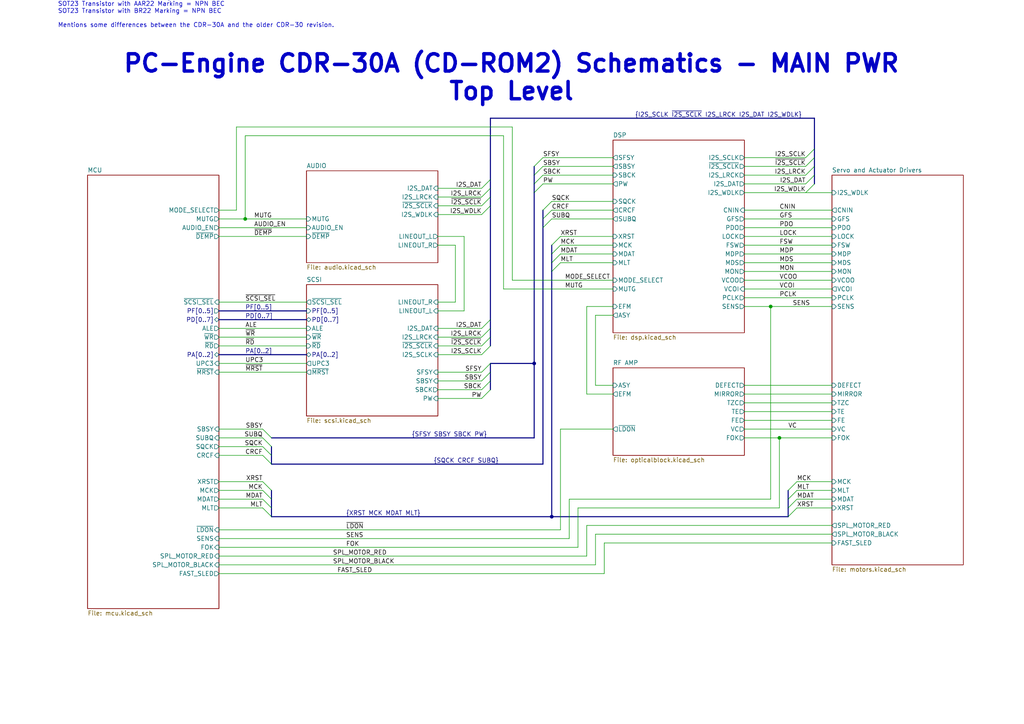
<source format=kicad_sch>
(kicad_sch
	(version 20231120)
	(generator "eeschema")
	(generator_version "8.0")
	(uuid "035ab33a-1caf-4155-b57e-664ce0b37194")
	(paper "A4")
	(title_block
		(title "PC-Engine CDR-30A (CD-ROM2) Schematics - MAIN PWR")
		(date "2025-02-09")
		(rev "0.3")
		(company "Author: Regis Galland")
	)
	(lib_symbols)
	(junction
		(at 226.06 127)
		(diameter 0)
		(color 0 0 0 0)
		(uuid "2c56dddc-6f3c-4eab-9418-37427a056864")
	)
	(junction
		(at 71.12 63.5)
		(diameter 0)
		(color 0 0 0 0)
		(uuid "71566670-2a7c-424d-b9b9-5be40418de61")
	)
	(junction
		(at 154.94 105.41)
		(diameter 0)
		(color 0 0 0 0)
		(uuid "8dded623-d341-4337-850a-d5ef97f6f223")
	)
	(junction
		(at 160.02 149.86)
		(diameter 0)
		(color 0 0 0 0)
		(uuid "9f7aff4b-abc9-45b0-b7e2-930b87010ab1")
	)
	(junction
		(at 223.52 88.9)
		(diameter 0)
		(color 0 0 0 0)
		(uuid "eaa3988f-930f-41a2-91ab-c23ddf62c5a6")
	)
	(bus_entry
		(at 236.22 50.8)
		(size -2.54 2.54)
		(stroke
			(width 0)
			(type default)
		)
		(uuid "16e8685c-6327-4d56-84e6-bb8652de3a2f")
	)
	(bus_entry
		(at 142.24 110.49)
		(size -2.54 2.54)
		(stroke
			(width 0)
			(type default)
		)
		(uuid "1a02cb7f-9387-44b1-8c46-cbdcfb3531b9")
	)
	(bus_entry
		(at 142.24 95.25)
		(size -2.54 2.54)
		(stroke
			(width 0)
			(type default)
		)
		(uuid "21b921bd-ceee-4992-a3b0-dba7ec944800")
	)
	(bus_entry
		(at 154.94 48.26)
		(size 2.54 -2.54)
		(stroke
			(width 0)
			(type default)
		)
		(uuid "259cbff5-2ed5-4454-9983-4a92119c9de4")
	)
	(bus_entry
		(at 236.22 53.34)
		(size -2.54 2.54)
		(stroke
			(width 0)
			(type default)
		)
		(uuid "262db5fd-950b-4565-8b2d-888b402649c1")
	)
	(bus_entry
		(at 142.24 105.41)
		(size -2.54 2.54)
		(stroke
			(width 0)
			(type default)
		)
		(uuid "2a95c46f-158a-4600-9bc7-3f0d67b4ba51")
	)
	(bus_entry
		(at 157.48 60.96)
		(size 2.54 -2.54)
		(stroke
			(width 0)
			(type default)
		)
		(uuid "2ac925be-442a-4c3f-aa75-4726bb214c7a")
	)
	(bus_entry
		(at 228.6 142.24)
		(size 2.54 -2.54)
		(stroke
			(width 0)
			(type default)
		)
		(uuid "2c311ebd-f0fd-436f-bae6-680daf4d57a1")
	)
	(bus_entry
		(at 236.22 43.18)
		(size -2.54 2.54)
		(stroke
			(width 0)
			(type default)
		)
		(uuid "2e9fbc90-7760-4533-afe6-d87d81277050")
	)
	(bus_entry
		(at 236.22 48.26)
		(size -2.54 2.54)
		(stroke
			(width 0)
			(type default)
		)
		(uuid "3e0475d3-c9bb-48ee-98a7-3eba4a278cb0")
	)
	(bus_entry
		(at 228.6 147.32)
		(size 2.54 -2.54)
		(stroke
			(width 0)
			(type default)
		)
		(uuid "3f7b8b5f-4c48-42eb-b589-11d334f7c09e")
	)
	(bus_entry
		(at 160.02 73.66)
		(size 2.54 -2.54)
		(stroke
			(width 0)
			(type default)
		)
		(uuid "563013fb-399b-4fa6-bad0-291eb3479d66")
	)
	(bus_entry
		(at 142.24 97.79)
		(size -2.54 2.54)
		(stroke
			(width 0)
			(type default)
		)
		(uuid "566ce099-7cd3-4aa5-92b3-02dc72992e12")
	)
	(bus_entry
		(at 78.74 149.86)
		(size -2.54 -2.54)
		(stroke
			(width 0)
			(type default)
		)
		(uuid "58e9c21c-e1eb-47f0-8868-d7bb88bcc85f")
	)
	(bus_entry
		(at 142.24 92.71)
		(size -2.54 2.54)
		(stroke
			(width 0)
			(type default)
		)
		(uuid "5b1eb2f4-7faa-453c-902c-0fa47ff1133a")
	)
	(bus_entry
		(at 142.24 59.69)
		(size -2.54 2.54)
		(stroke
			(width 0)
			(type default)
		)
		(uuid "5f4ba22b-db38-4951-aae2-49a35d345b33")
	)
	(bus_entry
		(at 78.74 144.78)
		(size -2.54 -2.54)
		(stroke
			(width 0)
			(type default)
		)
		(uuid "68028cf0-61ed-4ca5-af89-b03834d54f86")
	)
	(bus_entry
		(at 142.24 100.33)
		(size -2.54 2.54)
		(stroke
			(width 0)
			(type default)
		)
		(uuid "729dcf32-97e2-49fa-8f93-99af1f91ea71")
	)
	(bus_entry
		(at 142.24 54.61)
		(size -2.54 2.54)
		(stroke
			(width 0)
			(type default)
		)
		(uuid "744e152c-73d7-4c2f-9cbc-8832535bdafb")
	)
	(bus_entry
		(at 154.94 55.88)
		(size 2.54 -2.54)
		(stroke
			(width 0)
			(type default)
		)
		(uuid "78c2c4cb-9392-489b-9d34-6ff3710d83c5")
	)
	(bus_entry
		(at 142.24 57.15)
		(size -2.54 2.54)
		(stroke
			(width 0)
			(type default)
		)
		(uuid "7cd15fec-b75a-428e-919b-11709e5a324a")
	)
	(bus_entry
		(at 157.48 66.04)
		(size 2.54 -2.54)
		(stroke
			(width 0)
			(type default)
		)
		(uuid "7e1dbda0-6e3f-4070-9c2a-1a6901ebdf82")
	)
	(bus_entry
		(at 160.02 71.12)
		(size 2.54 -2.54)
		(stroke
			(width 0)
			(type default)
		)
		(uuid "7f5a0268-30bb-4457-a035-7478579931a2")
	)
	(bus_entry
		(at 78.74 134.62)
		(size -2.54 -2.54)
		(stroke
			(width 0)
			(type default)
		)
		(uuid "807fdeb5-7523-44b9-9513-9a50e13f9763")
	)
	(bus_entry
		(at 78.74 129.54)
		(size -2.54 -2.54)
		(stroke
			(width 0)
			(type default)
		)
		(uuid "81985497-cd66-4be8-afbd-aa23b34207dc")
	)
	(bus_entry
		(at 78.74 132.08)
		(size -2.54 -2.54)
		(stroke
			(width 0)
			(type default)
		)
		(uuid "83120397-eccc-486d-aa65-1abe710451fd")
	)
	(bus_entry
		(at 228.6 144.78)
		(size 2.54 -2.54)
		(stroke
			(width 0)
			(type default)
		)
		(uuid "83c89a87-a5d4-4f0d-ad1a-757b4c4438a7")
	)
	(bus_entry
		(at 78.74 147.32)
		(size -2.54 -2.54)
		(stroke
			(width 0)
			(type default)
		)
		(uuid "8524006b-02c4-4701-be6f-5b9b4c64c7c8")
	)
	(bus_entry
		(at 78.74 142.24)
		(size -2.54 -2.54)
		(stroke
			(width 0)
			(type default)
		)
		(uuid "87edb0be-f406-45df-98c1-917e160c5cbc")
	)
	(bus_entry
		(at 154.94 53.34)
		(size 2.54 -2.54)
		(stroke
			(width 0)
			(type default)
		)
		(uuid "8a733cae-935e-4fea-b338-b753fee47add")
	)
	(bus_entry
		(at 142.24 107.95)
		(size -2.54 2.54)
		(stroke
			(width 0)
			(type default)
		)
		(uuid "8b7ca9d2-a4a2-4c1f-878f-98da87682d0d")
	)
	(bus_entry
		(at 154.94 50.8)
		(size 2.54 -2.54)
		(stroke
			(width 0)
			(type default)
		)
		(uuid "902b2baa-ec40-495f-8992-17df68894d19")
	)
	(bus_entry
		(at 228.6 149.86)
		(size 2.54 -2.54)
		(stroke
			(width 0)
			(type default)
		)
		(uuid "99eb00d9-2293-4047-9fe4-ab0e61afeb2a")
	)
	(bus_entry
		(at 157.48 63.5)
		(size 2.54 -2.54)
		(stroke
			(width 0)
			(type default)
		)
		(uuid "acc8c56c-b795-4157-ad68-9b0d0460a267")
	)
	(bus_entry
		(at 160.02 78.74)
		(size 2.54 -2.54)
		(stroke
			(width 0)
			(type default)
		)
		(uuid "b1e61915-0c64-47c9-a762-3b0ddfaae551")
	)
	(bus_entry
		(at 142.24 113.03)
		(size -2.54 2.54)
		(stroke
			(width 0)
			(type default)
		)
		(uuid "cb270e4e-0c27-449a-be53-70390b71ef41")
	)
	(bus_entry
		(at 76.2 124.46)
		(size 2.54 2.54)
		(stroke
			(width 0)
			(type default)
		)
		(uuid "df49b18c-d66b-424c-8e63-b72831ec7bd8")
	)
	(bus_entry
		(at 160.02 76.2)
		(size 2.54 -2.54)
		(stroke
			(width 0)
			(type default)
		)
		(uuid "e28927a7-15c8-412d-9878-401dfbdb622e")
	)
	(bus_entry
		(at 142.24 52.07)
		(size -2.54 2.54)
		(stroke
			(width 0)
			(type default)
		)
		(uuid "e2e64e80-f479-4b1b-8489-10594f270c64")
	)
	(bus_entry
		(at 236.22 45.72)
		(size -2.54 2.54)
		(stroke
			(width 0)
			(type default)
		)
		(uuid "f0fdc2e7-9bb1-4d10-9d41-92fe30b1591d")
	)
	(wire
		(pts
			(xy 134.62 90.17) (xy 127 90.17)
		)
		(stroke
			(width 0)
			(type default)
		)
		(uuid "019c38c8-aaec-4679-938b-3aedca2c14d9")
	)
	(wire
		(pts
			(xy 134.62 68.58) (xy 134.62 90.17)
		)
		(stroke
			(width 0)
			(type default)
		)
		(uuid "01a571de-85db-463f-a253-07c50443f3a0")
	)
	(bus
		(pts
			(xy 63.5 92.71) (xy 88.9 92.71)
		)
		(stroke
			(width 0)
			(type default)
		)
		(uuid "01f48d41-7be6-4584-a38d-d06faf481621")
	)
	(wire
		(pts
			(xy 63.5 97.79) (xy 88.9 97.79)
		)
		(stroke
			(width 0)
			(type default)
		)
		(uuid "01fd8acd-4d1e-4b8b-b94b-3baecb3fa377")
	)
	(wire
		(pts
			(xy 127 87.63) (xy 132.08 87.63)
		)
		(stroke
			(width 0)
			(type default)
		)
		(uuid "02d155c5-a570-4f78-8e66-14ee870f0d53")
	)
	(wire
		(pts
			(xy 139.7 113.03) (xy 127 113.03)
		)
		(stroke
			(width 0)
			(type default)
		)
		(uuid "0610c10e-25ab-4f17-82aa-eef28dca6f27")
	)
	(wire
		(pts
			(xy 162.56 124.46) (xy 177.8 124.46)
		)
		(stroke
			(width 0)
			(type default)
		)
		(uuid "0729802f-3201-4c07-9044-6e0082a955da")
	)
	(wire
		(pts
			(xy 88.9 68.58) (xy 63.5 68.58)
		)
		(stroke
			(width 0)
			(type default)
		)
		(uuid "0769768a-1356-49e1-b716-9cc5fdd71887")
	)
	(wire
		(pts
			(xy 63.5 66.04) (xy 88.9 66.04)
		)
		(stroke
			(width 0)
			(type default)
		)
		(uuid "08cf13ec-bfb8-4dad-8c34-1a1746529524")
	)
	(wire
		(pts
			(xy 160.02 63.5) (xy 177.8 63.5)
		)
		(stroke
			(width 0)
			(type default)
		)
		(uuid "097b462c-c0db-4ff9-97f0-effda18befbb")
	)
	(wire
		(pts
			(xy 165.1 144.78) (xy 223.52 144.78)
		)
		(stroke
			(width 0)
			(type default)
		)
		(uuid "09fd41cd-7edd-4e1c-aa1e-b70a3c5d1988")
	)
	(bus
		(pts
			(xy 236.22 53.34) (xy 236.22 50.8)
		)
		(stroke
			(width 0)
			(type default)
		)
		(uuid "0bf98b9f-bfe8-4e5f-becc-2f757007f992")
	)
	(bus
		(pts
			(xy 154.94 105.41) (xy 154.94 127)
		)
		(stroke
			(width 0)
			(type default)
		)
		(uuid "0c6a5169-bb75-4fe0-b083-e0310eb66e6b")
	)
	(wire
		(pts
			(xy 215.9 45.72) (xy 233.68 45.72)
		)
		(stroke
			(width 0)
			(type default)
		)
		(uuid "0d7f3c8c-7ab9-44a6-9add-f25042b5320d")
	)
	(wire
		(pts
			(xy 215.9 50.8) (xy 233.68 50.8)
		)
		(stroke
			(width 0)
			(type default)
		)
		(uuid "11f40584-5159-4f25-b1e1-9690bf36f3bb")
	)
	(wire
		(pts
			(xy 127 54.61) (xy 139.7 54.61)
		)
		(stroke
			(width 0)
			(type default)
		)
		(uuid "134e3f8d-f542-4af6-a206-1489944490f1")
	)
	(wire
		(pts
			(xy 215.9 81.28) (xy 241.3 81.28)
		)
		(stroke
			(width 0)
			(type default)
		)
		(uuid "1634897c-c89b-413d-ac0d-a4bb09d10619")
	)
	(bus
		(pts
			(xy 142.24 34.29) (xy 236.22 34.29)
		)
		(stroke
			(width 0)
			(type default)
		)
		(uuid "1a4657e7-09e7-41f5-96c9-69c83b1c8df8")
	)
	(wire
		(pts
			(xy 177.8 45.72) (xy 157.48 45.72)
		)
		(stroke
			(width 0)
			(type default)
		)
		(uuid "1a73b98b-6177-435c-a23d-10ee3bcf6627")
	)
	(wire
		(pts
			(xy 63.5 153.67) (xy 162.56 153.67)
		)
		(stroke
			(width 0)
			(type default)
		)
		(uuid "1e3b2a5d-0337-4bc3-bc4a-cc951bdfa3e1")
	)
	(wire
		(pts
			(xy 223.52 88.9) (xy 223.52 144.78)
		)
		(stroke
			(width 0)
			(type default)
		)
		(uuid "1eb87f05-3bd4-4947-94a2-8cc636937226")
	)
	(wire
		(pts
			(xy 63.5 105.41) (xy 88.9 105.41)
		)
		(stroke
			(width 0)
			(type default)
		)
		(uuid "22e8235a-68d2-4158-a9e4-7b81c5965599")
	)
	(wire
		(pts
			(xy 139.7 100.33) (xy 127 100.33)
		)
		(stroke
			(width 0)
			(type default)
		)
		(uuid "2419977e-9078-4e13-b08b-b5a583da73fc")
	)
	(wire
		(pts
			(xy 231.14 142.24) (xy 241.3 142.24)
		)
		(stroke
			(width 0)
			(type default)
		)
		(uuid "26b12ff8-08bc-4696-8981-91230c5be4e9")
	)
	(wire
		(pts
			(xy 76.2 144.78) (xy 63.5 144.78)
		)
		(stroke
			(width 0)
			(type default)
		)
		(uuid "291ad8ad-2d77-4a7e-9e64-04627680c5c6")
	)
	(bus
		(pts
			(xy 228.6 149.86) (xy 228.6 147.32)
		)
		(stroke
			(width 0)
			(type default)
		)
		(uuid "2968419b-daa6-4a1c-9669-34d8652ad757")
	)
	(wire
		(pts
			(xy 215.9 48.26) (xy 233.68 48.26)
		)
		(stroke
			(width 0)
			(type default)
		)
		(uuid "2cd8c712-08d9-4d4c-a0dc-05e72de670a4")
	)
	(wire
		(pts
			(xy 231.14 144.78) (xy 241.3 144.78)
		)
		(stroke
			(width 0)
			(type default)
		)
		(uuid "30835dba-5d23-4682-afe9-957dbd00b4f2")
	)
	(wire
		(pts
			(xy 162.56 68.58) (xy 177.8 68.58)
		)
		(stroke
			(width 0)
			(type default)
		)
		(uuid "333fd637-c456-4085-a6a5-e05bb7e528d9")
	)
	(wire
		(pts
			(xy 215.9 114.3) (xy 241.3 114.3)
		)
		(stroke
			(width 0)
			(type default)
		)
		(uuid "33d4451c-35f8-4911-836e-8c9a1b704f3f")
	)
	(wire
		(pts
			(xy 233.68 55.88) (xy 241.3 55.88)
		)
		(stroke
			(width 0)
			(type default)
		)
		(uuid "345f19ac-51a8-476c-83d3-89cda8ab1868")
	)
	(bus
		(pts
			(xy 78.74 142.24) (xy 78.74 144.78)
		)
		(stroke
			(width 0)
			(type default)
		)
		(uuid "35a148de-6095-4836-a2f6-b743dae6c7c9")
	)
	(wire
		(pts
			(xy 63.5 158.75) (xy 167.64 158.75)
		)
		(stroke
			(width 0)
			(type default)
		)
		(uuid "3636e9bc-464c-47bc-a84b-4df3a1d1479e")
	)
	(wire
		(pts
			(xy 146.05 39.37) (xy 71.12 39.37)
		)
		(stroke
			(width 0)
			(type default)
		)
		(uuid "36992204-f89d-438b-91de-b51835d328e2")
	)
	(bus
		(pts
			(xy 63.5 102.87) (xy 88.9 102.87)
		)
		(stroke
			(width 0)
			(type default)
		)
		(uuid "44ba76f7-aa78-4a4d-bd14-6e1269e1a5dc")
	)
	(wire
		(pts
			(xy 177.8 91.44) (xy 172.72 91.44)
		)
		(stroke
			(width 0)
			(type default)
		)
		(uuid "44f7aabe-e4dc-427c-990e-06d894038b4b")
	)
	(wire
		(pts
			(xy 162.56 76.2) (xy 177.8 76.2)
		)
		(stroke
			(width 0)
			(type default)
		)
		(uuid "47da27f8-fdb2-47db-8051-64c654e96a96")
	)
	(wire
		(pts
			(xy 139.7 110.49) (xy 127 110.49)
		)
		(stroke
			(width 0)
			(type default)
		)
		(uuid "483d0535-ddaa-40cc-a2ac-2f5f301dc4c6")
	)
	(wire
		(pts
			(xy 223.52 88.9) (xy 241.3 88.9)
		)
		(stroke
			(width 0)
			(type default)
		)
		(uuid "4a7a0b13-757e-4261-aff1-77f6995eab8f")
	)
	(wire
		(pts
			(xy 63.5 100.33) (xy 88.9 100.33)
		)
		(stroke
			(width 0)
			(type default)
		)
		(uuid "4b4daaaf-3074-43cf-9e7f-69f3df33f6f3")
	)
	(bus
		(pts
			(xy 78.74 147.32) (xy 78.74 149.86)
		)
		(stroke
			(width 0)
			(type default)
		)
		(uuid "4da39ab1-2cd5-45d1-8b58-a17679402a23")
	)
	(wire
		(pts
			(xy 175.26 157.48) (xy 175.26 166.37)
		)
		(stroke
			(width 0)
			(type default)
		)
		(uuid "4f7af869-3a06-4d71-92cd-8415ba1b6c2b")
	)
	(wire
		(pts
			(xy 127 107.95) (xy 139.7 107.95)
		)
		(stroke
			(width 0)
			(type default)
		)
		(uuid "51ccf39c-48b3-4a58-ae25-57a7645c09a7")
	)
	(bus
		(pts
			(xy 142.24 59.69) (xy 142.24 57.15)
		)
		(stroke
			(width 0)
			(type default)
		)
		(uuid "55f15b5d-14d3-411e-a8d5-6183393db585")
	)
	(wire
		(pts
			(xy 76.2 129.54) (xy 63.5 129.54)
		)
		(stroke
			(width 0)
			(type default)
		)
		(uuid "56185163-28d6-4b4a-994e-c822e4b692c0")
	)
	(bus
		(pts
			(xy 78.74 144.78) (xy 78.74 147.32)
		)
		(stroke
			(width 0)
			(type default)
		)
		(uuid "5680d2cc-7ce6-4eae-b808-577f21640226")
	)
	(bus
		(pts
			(xy 142.24 105.41) (xy 154.94 105.41)
		)
		(stroke
			(width 0)
			(type default)
		)
		(uuid "56a02bd3-d3c8-479e-b4c4-066b92630d9c")
	)
	(wire
		(pts
			(xy 68.58 36.83) (xy 68.58 60.96)
		)
		(stroke
			(width 0)
			(type default)
		)
		(uuid "56fc01e5-af64-428b-a013-7b543bda53d9")
	)
	(bus
		(pts
			(xy 160.02 71.12) (xy 160.02 73.66)
		)
		(stroke
			(width 0)
			(type default)
		)
		(uuid "575f9f00-84c1-4b79-9af0-035b787ae729")
	)
	(wire
		(pts
			(xy 167.64 147.32) (xy 226.06 147.32)
		)
		(stroke
			(width 0)
			(type default)
		)
		(uuid "58f592f1-02d2-43f9-9470-715c7db7ad99")
	)
	(wire
		(pts
			(xy 241.3 86.36) (xy 215.9 86.36)
		)
		(stroke
			(width 0)
			(type default)
		)
		(uuid "5ad983a0-3def-476e-bf4b-cd0e524b4957")
	)
	(bus
		(pts
			(xy 157.48 63.5) (xy 157.48 66.04)
		)
		(stroke
			(width 0)
			(type default)
		)
		(uuid "5c3d0d13-e4d0-4896-8c73-523cd81d3365")
	)
	(wire
		(pts
			(xy 215.9 60.96) (xy 241.3 60.96)
		)
		(stroke
			(width 0)
			(type default)
		)
		(uuid "5fb1bcf7-8b9b-41ca-bd7c-5e8b86dbbeb6")
	)
	(bus
		(pts
			(xy 236.22 50.8) (xy 236.22 48.26)
		)
		(stroke
			(width 0)
			(type default)
		)
		(uuid "60ba8aa5-2688-4c48-908e-22c2604b5a66")
	)
	(wire
		(pts
			(xy 175.26 166.37) (xy 63.5 166.37)
		)
		(stroke
			(width 0)
			(type default)
		)
		(uuid "636022a3-427c-48f4-b635-cd17493cd7cb")
	)
	(wire
		(pts
			(xy 215.9 121.92) (xy 241.3 121.92)
		)
		(stroke
			(width 0)
			(type default)
		)
		(uuid "67f927c3-da86-46fc-8459-7707186c9493")
	)
	(wire
		(pts
			(xy 76.2 142.24) (xy 63.5 142.24)
		)
		(stroke
			(width 0)
			(type default)
		)
		(uuid "684df42f-051a-4747-a17b-138ab1bff087")
	)
	(bus
		(pts
			(xy 154.94 48.26) (xy 154.94 50.8)
		)
		(stroke
			(width 0)
			(type default)
		)
		(uuid "68fe708e-eb6d-420b-8ddd-b4eed04c5ff2")
	)
	(wire
		(pts
			(xy 63.5 95.25) (xy 88.9 95.25)
		)
		(stroke
			(width 0)
			(type default)
		)
		(uuid "6947e3d6-d540-4ecc-b84c-d137b4f498a4")
	)
	(bus
		(pts
			(xy 142.24 54.61) (xy 142.24 57.15)
		)
		(stroke
			(width 0)
			(type default)
		)
		(uuid "6c9c7148-d31c-490f-94f6-92def6478fce")
	)
	(wire
		(pts
			(xy 132.08 87.63) (xy 132.08 71.12)
		)
		(stroke
			(width 0)
			(type default)
		)
		(uuid "6df22a5c-a312-4be1-aa00-a066eabe0d62")
	)
	(bus
		(pts
			(xy 228.6 144.78) (xy 228.6 147.32)
		)
		(stroke
			(width 0)
			(type default)
		)
		(uuid "6f617631-9366-4f63-a93d-436a9c806eba")
	)
	(wire
		(pts
			(xy 226.06 127) (xy 241.3 127)
		)
		(stroke
			(width 0)
			(type default)
		)
		(uuid "71dc498c-e4d7-416c-9e8a-084782ac021b")
	)
	(wire
		(pts
			(xy 148.59 81.28) (xy 177.8 81.28)
		)
		(stroke
			(width 0)
			(type default)
		)
		(uuid "734226d5-ba43-4f06-84f4-e7e048ec3520")
	)
	(wire
		(pts
			(xy 71.12 63.5) (xy 88.9 63.5)
		)
		(stroke
			(width 0)
			(type default)
		)
		(uuid "7396c480-c9a4-4197-9c3c-05dd778c605e")
	)
	(bus
		(pts
			(xy 160.02 78.74) (xy 160.02 76.2)
		)
		(stroke
			(width 0)
			(type default)
		)
		(uuid "756d90a3-6ac5-4fb4-aa33-d56821b3d06b")
	)
	(bus
		(pts
			(xy 236.22 43.18) (xy 236.22 34.29)
		)
		(stroke
			(width 0)
			(type default)
		)
		(uuid "78732e53-7c8a-4749-9b0e-b591a99c9de2")
	)
	(wire
		(pts
			(xy 172.72 154.94) (xy 172.72 163.83)
		)
		(stroke
			(width 0)
			(type default)
		)
		(uuid "7905f193-1182-4e81-86ca-122e0dab4749")
	)
	(wire
		(pts
			(xy 215.9 127) (xy 226.06 127)
		)
		(stroke
			(width 0)
			(type default)
		)
		(uuid "7cb6140e-9995-471d-b84c-d22e067ef696")
	)
	(wire
		(pts
			(xy 71.12 39.37) (xy 71.12 63.5)
		)
		(stroke
			(width 0)
			(type default)
		)
		(uuid "7f14b022-622b-4187-a757-1d767ce7c5c4")
	)
	(wire
		(pts
			(xy 76.2 139.7) (xy 63.5 139.7)
		)
		(stroke
			(width 0)
			(type default)
		)
		(uuid "81427af8-497f-4fec-ba1b-88a17b2e49af")
	)
	(wire
		(pts
			(xy 215.9 68.58) (xy 241.3 68.58)
		)
		(stroke
			(width 0)
			(type default)
		)
		(uuid "87808b15-db85-4c92-8b37-134b155ead05")
	)
	(wire
		(pts
			(xy 172.72 163.83) (xy 63.5 163.83)
		)
		(stroke
			(width 0)
			(type default)
		)
		(uuid "89d9a327-24c1-45a0-9138-51b6e91cca75")
	)
	(wire
		(pts
			(xy 170.18 161.29) (xy 170.18 152.4)
		)
		(stroke
			(width 0)
			(type default)
		)
		(uuid "8a30e059-cb86-4fe1-be60-63b808f2766e")
	)
	(wire
		(pts
			(xy 68.58 60.96) (xy 63.5 60.96)
		)
		(stroke
			(width 0)
			(type default)
		)
		(uuid "8b0ebf98-1ac0-4664-b02c-e6eccd70b028")
	)
	(bus
		(pts
			(xy 236.22 45.72) (xy 236.22 43.18)
		)
		(stroke
			(width 0)
			(type default)
		)
		(uuid "8b30722b-e497-4253-ad33-6e976ee15948")
	)
	(wire
		(pts
			(xy 157.48 48.26) (xy 177.8 48.26)
		)
		(stroke
			(width 0)
			(type default)
		)
		(uuid "8b51716c-d707-4077-9f2c-12f4e8933573")
	)
	(bus
		(pts
			(xy 228.6 142.24) (xy 228.6 144.78)
		)
		(stroke
			(width 0)
			(type default)
		)
		(uuid "8c761859-9c64-4d14-a8f9-8fb0cb99e890")
	)
	(wire
		(pts
			(xy 172.72 111.76) (xy 177.8 111.76)
		)
		(stroke
			(width 0)
			(type default)
		)
		(uuid "8e4d4bf5-c51d-438b-8d76-8bdcb28c2477")
	)
	(wire
		(pts
			(xy 76.2 132.08) (xy 63.5 132.08)
		)
		(stroke
			(width 0)
			(type default)
		)
		(uuid "8e7be8c5-9f57-412a-941c-d6b0a5550040")
	)
	(wire
		(pts
			(xy 226.06 147.32) (xy 226.06 127)
		)
		(stroke
			(width 0)
			(type default)
		)
		(uuid "91b3e358-1f2f-4078-a9fc-154a8fd9af35")
	)
	(wire
		(pts
			(xy 177.8 88.9) (xy 170.18 88.9)
		)
		(stroke
			(width 0)
			(type default)
		)
		(uuid "9264b509-1c01-43b7-a3cf-a3e091ab2d50")
	)
	(bus
		(pts
			(xy 154.94 55.88) (xy 154.94 105.41)
		)
		(stroke
			(width 0)
			(type default)
		)
		(uuid "930ce8c4-96d0-4634-919f-b91f21bb56f2")
	)
	(wire
		(pts
			(xy 165.1 156.21) (xy 165.1 144.78)
		)
		(stroke
			(width 0)
			(type default)
		)
		(uuid "93ec88ad-0569-4e62-9096-4f485a253b72")
	)
	(bus
		(pts
			(xy 154.94 50.8) (xy 154.94 53.34)
		)
		(stroke
			(width 0)
			(type default)
		)
		(uuid "94aec8c6-a563-4986-a269-853fefa4b86f")
	)
	(wire
		(pts
			(xy 139.7 59.69) (xy 127 59.69)
		)
		(stroke
			(width 0)
			(type default)
		)
		(uuid "94e650d8-3910-43ae-9874-62b546803e36")
	)
	(wire
		(pts
			(xy 132.08 71.12) (xy 127 71.12)
		)
		(stroke
			(width 0)
			(type default)
		)
		(uuid "95d0eb51-165e-4ffc-accf-0810499eb8b9")
	)
	(wire
		(pts
			(xy 172.72 91.44) (xy 172.72 111.76)
		)
		(stroke
			(width 0)
			(type default)
		)
		(uuid "9bd37d5e-2d69-4347-9b00-c9cc5b706bc3")
	)
	(wire
		(pts
			(xy 215.9 63.5) (xy 241.3 63.5)
		)
		(stroke
			(width 0)
			(type default)
		)
		(uuid "9c16c3bb-3cb5-4009-a63a-1971b17814f2")
	)
	(wire
		(pts
			(xy 160.02 58.42) (xy 177.8 58.42)
		)
		(stroke
			(width 0)
			(type default)
		)
		(uuid "9e625dec-0fa5-4359-b664-d8019aa90f7c")
	)
	(bus
		(pts
			(xy 142.24 113.03) (xy 142.24 110.49)
		)
		(stroke
			(width 0)
			(type default)
		)
		(uuid "a105c195-abac-4aa0-97dc-7ece98ed40e8")
	)
	(wire
		(pts
			(xy 215.9 55.88) (xy 233.68 55.88)
		)
		(stroke
			(width 0)
			(type default)
		)
		(uuid "a27910ca-d9da-44bd-8da6-a8a437c8b17e")
	)
	(wire
		(pts
			(xy 63.5 63.5) (xy 71.12 63.5)
		)
		(stroke
			(width 0)
			(type default)
		)
		(uuid "a3e610a4-e9a3-40cc-a893-ac67b3267418")
	)
	(bus
		(pts
			(xy 142.24 59.69) (xy 142.24 92.71)
		)
		(stroke
			(width 0)
			(type default)
		)
		(uuid "a44ca8ad-6714-41eb-a502-8299a09a5dc4")
	)
	(wire
		(pts
			(xy 127 68.58) (xy 134.62 68.58)
		)
		(stroke
			(width 0)
			(type default)
		)
		(uuid "a4b8727c-5cee-4393-85bd-822dc39988c2")
	)
	(wire
		(pts
			(xy 233.68 53.34) (xy 215.9 53.34)
		)
		(stroke
			(width 0)
			(type default)
		)
		(uuid "a669ffdd-3d8e-410f-8ada-73fb4e9c4b43")
	)
	(bus
		(pts
			(xy 78.74 134.62) (xy 157.48 134.62)
		)
		(stroke
			(width 0)
			(type default)
		)
		(uuid "a9166046-e8d2-4614-8e60-9d965c96d8bf")
	)
	(bus
		(pts
			(xy 142.24 107.95) (xy 142.24 105.41)
		)
		(stroke
			(width 0)
			(type default)
		)
		(uuid "a931dee2-51e5-4dbb-8053-0315cd80efe2")
	)
	(wire
		(pts
			(xy 170.18 152.4) (xy 241.3 152.4)
		)
		(stroke
			(width 0)
			(type default)
		)
		(uuid "ad719dbe-ef9c-4bf0-8abf-5c0d245c1d81")
	)
	(wire
		(pts
			(xy 231.14 147.32) (xy 241.3 147.32)
		)
		(stroke
			(width 0)
			(type default)
		)
		(uuid "ad9afb54-5ce3-4c84-a30c-6bda7e18fb93")
	)
	(wire
		(pts
			(xy 127 57.15) (xy 139.7 57.15)
		)
		(stroke
			(width 0)
			(type default)
		)
		(uuid "aecba2ea-f07b-4be3-b539-4124179940da")
	)
	(wire
		(pts
			(xy 215.9 83.82) (xy 241.3 83.82)
		)
		(stroke
			(width 0)
			(type default)
		)
		(uuid "affd48a0-644c-4655-a6ac-4009e0a0dc7c")
	)
	(wire
		(pts
			(xy 175.26 157.48) (xy 241.3 157.48)
		)
		(stroke
			(width 0)
			(type default)
		)
		(uuid "b06e2c4d-7f82-43d1-b353-7ebcde9a30f9")
	)
	(wire
		(pts
			(xy 63.5 161.29) (xy 170.18 161.29)
		)
		(stroke
			(width 0)
			(type default)
		)
		(uuid "b0d09c59-9af1-4fcc-9a5c-f3debad4c340")
	)
	(wire
		(pts
			(xy 215.9 66.04) (xy 241.3 66.04)
		)
		(stroke
			(width 0)
			(type default)
		)
		(uuid "b1225a97-d896-453a-bcfa-c941f398ee5b")
	)
	(wire
		(pts
			(xy 157.48 53.34) (xy 177.8 53.34)
		)
		(stroke
			(width 0)
			(type default)
		)
		(uuid "b3b4cc12-9122-4508-8e89-fd870f447613")
	)
	(wire
		(pts
			(xy 146.05 83.82) (xy 146.05 39.37)
		)
		(stroke
			(width 0)
			(type default)
		)
		(uuid "b66effe4-7b0d-480b-b4ca-995e83c87e85")
	)
	(wire
		(pts
			(xy 127 62.23) (xy 139.7 62.23)
		)
		(stroke
			(width 0)
			(type default)
		)
		(uuid "b693e2b8-964c-4ffb-a0fd-b6873ce20245")
	)
	(wire
		(pts
			(xy 215.9 88.9) (xy 223.52 88.9)
		)
		(stroke
			(width 0)
			(type default)
		)
		(uuid "b6b92f97-0ab2-4ba8-a9e1-06919f489b4e")
	)
	(wire
		(pts
			(xy 157.48 50.8) (xy 177.8 50.8)
		)
		(stroke
			(width 0)
			(type default)
		)
		(uuid "b797a909-a67d-4ff1-8c86-e791f6bdd3e2")
	)
	(wire
		(pts
			(xy 231.14 139.7) (xy 241.3 139.7)
		)
		(stroke
			(width 0)
			(type default)
		)
		(uuid "b7cde906-3751-4ac5-8d04-0e18d35c76ca")
	)
	(wire
		(pts
			(xy 162.56 153.67) (xy 162.56 124.46)
		)
		(stroke
			(width 0)
			(type default)
		)
		(uuid "b8d8db1d-fe61-4e49-b3b4-34b18da8ea0d")
	)
	(bus
		(pts
			(xy 63.5 90.17) (xy 88.9 90.17)
		)
		(stroke
			(width 0)
			(type default)
		)
		(uuid "b9d6e4a6-0b00-4f14-a902-077c3fde9e71")
	)
	(bus
		(pts
			(xy 78.74 127) (xy 154.94 127)
		)
		(stroke
			(width 0)
			(type default)
		)
		(uuid "baedf130-6321-43a4-8d5c-7ed58612d8b6")
	)
	(wire
		(pts
			(xy 167.64 158.75) (xy 167.64 147.32)
		)
		(stroke
			(width 0)
			(type default)
		)
		(uuid "bb594dba-b642-4af9-b1bc-85cbd6a70156")
	)
	(bus
		(pts
			(xy 142.24 52.07) (xy 142.24 54.61)
		)
		(stroke
			(width 0)
			(type default)
		)
		(uuid "bf13cc3c-506a-4f2e-bbad-868386ac6c6b")
	)
	(wire
		(pts
			(xy 215.9 116.84) (xy 241.3 116.84)
		)
		(stroke
			(width 0)
			(type default)
		)
		(uuid "bff05d85-2b76-4ba4-bbd7-12ee9a87156d")
	)
	(wire
		(pts
			(xy 241.3 154.94) (xy 172.72 154.94)
		)
		(stroke
			(width 0)
			(type default)
		)
		(uuid "c02a6bcb-346d-4fc1-91ff-86e8b60feb4e")
	)
	(wire
		(pts
			(xy 162.56 71.12) (xy 177.8 71.12)
		)
		(stroke
			(width 0)
			(type default)
		)
		(uuid "c6031a57-b149-45a5-9e8f-dfee1d532bfb")
	)
	(wire
		(pts
			(xy 215.9 76.2) (xy 241.3 76.2)
		)
		(stroke
			(width 0)
			(type default)
		)
		(uuid "c765235a-f447-437f-99c7-c1888b66a3cd")
	)
	(bus
		(pts
			(xy 142.24 110.49) (xy 142.24 107.95)
		)
		(stroke
			(width 0)
			(type default)
		)
		(uuid "c766c7e9-1a72-4eb9-ae23-01401792fadf")
	)
	(bus
		(pts
			(xy 78.74 129.54) (xy 78.74 132.08)
		)
		(stroke
			(width 0)
			(type default)
		)
		(uuid "c9d98c4e-585f-40b3-b79b-526a58b469da")
	)
	(wire
		(pts
			(xy 170.18 114.3) (xy 177.8 114.3)
		)
		(stroke
			(width 0)
			(type default)
		)
		(uuid "cb2c708a-9178-4e55-91b7-64d8bce48aa2")
	)
	(bus
		(pts
			(xy 157.48 60.96) (xy 157.48 63.5)
		)
		(stroke
			(width 0)
			(type default)
		)
		(uuid "cba85b25-85d8-4234-a81f-510d69c158ab")
	)
	(bus
		(pts
			(xy 154.94 53.34) (xy 154.94 55.88)
		)
		(stroke
			(width 0)
			(type default)
		)
		(uuid "d016fffa-5891-41a7-aee1-6e0e3b9cb7be")
	)
	(wire
		(pts
			(xy 215.9 78.74) (xy 241.3 78.74)
		)
		(stroke
			(width 0)
			(type default)
		)
		(uuid "d11afe6f-ad90-4b6d-8375-bb8e206fe44e")
	)
	(wire
		(pts
			(xy 148.59 36.83) (xy 68.58 36.83)
		)
		(stroke
			(width 0)
			(type default)
		)
		(uuid "d199d8d7-2ea6-45cb-9628-a05f93257241")
	)
	(wire
		(pts
			(xy 63.5 107.95) (xy 88.9 107.95)
		)
		(stroke
			(width 0)
			(type default)
		)
		(uuid "d296291b-ef7a-40d8-a774-b91f1108b35e")
	)
	(wire
		(pts
			(xy 162.56 73.66) (xy 177.8 73.66)
		)
		(stroke
			(width 0)
			(type default)
		)
		(uuid "d71b46c9-2cbe-4fdb-842f-6c9a8ea79ba3")
	)
	(bus
		(pts
			(xy 142.24 100.33) (xy 142.24 97.79)
		)
		(stroke
			(width 0)
			(type default)
		)
		(uuid "dad67a93-f80d-4183-a2b1-04cbe509bcdd")
	)
	(bus
		(pts
			(xy 142.24 97.79) (xy 142.24 95.25)
		)
		(stroke
			(width 0)
			(type default)
		)
		(uuid "def541d3-79a5-47b0-b54d-a2ba12301062")
	)
	(wire
		(pts
			(xy 170.18 88.9) (xy 170.18 114.3)
		)
		(stroke
			(width 0)
			(type default)
		)
		(uuid "df76b5f3-2728-44f9-a22a-a1feb7374ac9")
	)
	(wire
		(pts
			(xy 215.9 111.76) (xy 241.3 111.76)
		)
		(stroke
			(width 0)
			(type default)
		)
		(uuid "dfc91445-3877-4b1c-8d5e-4863f3331108")
	)
	(wire
		(pts
			(xy 139.7 115.57) (xy 127 115.57)
		)
		(stroke
			(width 0)
			(type default)
		)
		(uuid "e134e6e9-9525-4ce3-807c-99147277101c")
	)
	(wire
		(pts
			(xy 76.2 147.32) (xy 63.5 147.32)
		)
		(stroke
			(width 0)
			(type default)
		)
		(uuid "e24efb01-2068-4c27-aabf-23140f3c353c")
	)
	(wire
		(pts
			(xy 76.2 127) (xy 63.5 127)
		)
		(stroke
			(width 0)
			(type default)
		)
		(uuid "e6fd9cac-20c6-4c38-a3b5-09e9b3b7d8d6")
	)
	(wire
		(pts
			(xy 148.59 81.28) (xy 148.59 36.83)
		)
		(stroke
			(width 0)
			(type default)
		)
		(uuid "e71eda88-1891-461c-9b64-a47e8c870b3c")
	)
	(bus
		(pts
			(xy 236.22 48.26) (xy 236.22 45.72)
		)
		(stroke
			(width 0)
			(type default)
		)
		(uuid "e735838b-f53a-4a64-b74d-ebbe352e303f")
	)
	(bus
		(pts
			(xy 78.74 149.86) (xy 160.02 149.86)
		)
		(stroke
			(width 0)
			(type default)
		)
		(uuid "e99ef3a0-169b-4482-bcb7-d6face219d5f")
	)
	(bus
		(pts
			(xy 78.74 132.08) (xy 78.74 134.62)
		)
		(stroke
			(width 0)
			(type default)
		)
		(uuid "e9a33b5a-c01a-4196-9e99-621562a20aa9")
	)
	(wire
		(pts
			(xy 215.9 119.38) (xy 241.3 119.38)
		)
		(stroke
			(width 0)
			(type default)
		)
		(uuid "eaabec66-e7cb-410f-84fc-c7b91af33672")
	)
	(wire
		(pts
			(xy 63.5 87.63) (xy 88.9 87.63)
		)
		(stroke
			(width 0)
			(type default)
		)
		(uuid "eade8aa8-577b-4207-947d-27579b93f7d0")
	)
	(bus
		(pts
			(xy 160.02 76.2) (xy 160.02 73.66)
		)
		(stroke
			(width 0)
			(type default)
		)
		(uuid "eb3199e9-e970-43e2-a0ac-ebe0b149ffe1")
	)
	(wire
		(pts
			(xy 215.9 73.66) (xy 241.3 73.66)
		)
		(stroke
			(width 0)
			(type default)
		)
		(uuid "ec66cf16-1730-4b51-bff5-7d15cd9ad2f3")
	)
	(bus
		(pts
			(xy 142.24 52.07) (xy 142.24 34.29)
		)
		(stroke
			(width 0)
			(type default)
		)
		(uuid "f0a58bce-f63f-4610-8f5e-6bda39968ee7")
	)
	(bus
		(pts
			(xy 160.02 78.74) (xy 160.02 149.86)
		)
		(stroke
			(width 0)
			(type default)
		)
		(uuid "f150c415-5e87-4157-82ef-2ece8ecba09b")
	)
	(wire
		(pts
			(xy 127 102.87) (xy 139.7 102.87)
		)
		(stroke
			(width 0)
			(type default)
		)
		(uuid "f2d1816e-4578-4bd4-b160-b76bfae07931")
	)
	(wire
		(pts
			(xy 63.5 124.46) (xy 76.2 124.46)
		)
		(stroke
			(width 0)
			(type default)
		)
		(uuid "f2f44ccb-7ab7-48c0-a7eb-7a0ce1edbf19")
	)
	(wire
		(pts
			(xy 146.05 83.82) (xy 177.8 83.82)
		)
		(stroke
			(width 0)
			(type default)
		)
		(uuid "f326ec2b-62e1-4f82-b595-51b62069b90a")
	)
	(wire
		(pts
			(xy 127 95.25) (xy 139.7 95.25)
		)
		(stroke
			(width 0)
			(type default)
		)
		(uuid "f34d83ec-f629-46d3-beda-a5fa61a049f4")
	)
	(bus
		(pts
			(xy 160.02 149.86) (xy 228.6 149.86)
		)
		(stroke
			(width 0)
			(type default)
		)
		(uuid "f4a67b0f-ad39-4fed-b6f5-c45890199593")
	)
	(bus
		(pts
			(xy 142.24 95.25) (xy 142.24 92.71)
		)
		(stroke
			(width 0)
			(type default)
		)
		(uuid "f51c940c-da8c-48fb-898c-fc49ae5fe6d5")
	)
	(wire
		(pts
			(xy 215.9 71.12) (xy 241.3 71.12)
		)
		(stroke
			(width 0)
			(type default)
		)
		(uuid "f620e5bc-5348-4be1-bed9-891da3a28f29")
	)
	(bus
		(pts
			(xy 157.48 66.04) (xy 157.48 134.62)
		)
		(stroke
			(width 0)
			(type default)
		)
		(uuid "f88e56a4-e907-4650-9a50-388fdf743e54")
	)
	(wire
		(pts
			(xy 215.9 124.46) (xy 241.3 124.46)
		)
		(stroke
			(width 0)
			(type default)
		)
		(uuid "fa041303-491a-41b9-8f69-0c1fb163f3d0")
	)
	(wire
		(pts
			(xy 160.02 60.96) (xy 177.8 60.96)
		)
		(stroke
			(width 0)
			(type default)
		)
		(uuid "faa2ef5a-6333-4e1b-9385-39efc01d0139")
	)
	(wire
		(pts
			(xy 127 97.79) (xy 139.7 97.79)
		)
		(stroke
			(width 0)
			(type default)
		)
		(uuid "faf7bf6d-42e1-4a56-9183-c9050dfc8502")
	)
	(wire
		(pts
			(xy 63.5 156.21) (xy 165.1 156.21)
		)
		(stroke
			(width 0)
			(type default)
		)
		(uuid "fbb6252d-91ca-44bf-bb40-6b84e2641497")
	)
	(text "Notes on discrete components:\nSOT23 Diode with P marking = KKA\nSOT23 Diode with N marking = AAK\nSOT23 Transistor with 24 Marking = NPN with 10k, 10k built-in resistors like DTC114ECA\nSOT23 Transistor with 14 Marking = PNP with 10k, 10k built-in resistors like DTA114ECA\nSOT23 Transistor with 15 Marking = PNP with 22k, 22k built-in resistors like DTA124ECA\nSOT23 Transistor with AAR22 Marking = NPN BEC\nSOT23 Transistor with BR22 Marking = NPN BEC\n\nMentions some differences between the CDR-30A and the older CDR-30 revision."
		(exclude_from_sim no)
		(at 16.764 -1.778 0)
		(effects
			(font
				(size 1.27 1.27)
			)
			(justify left)
		)
		(uuid "14eaa60c-7a1e-47df-b9bb-03fed38a57b1")
	)
	(text "PC-Engine CDR-30A (CD-ROM2) Schematics - MAIN PWR\nTop Level"
		(exclude_from_sim no)
		(at 148.336 22.606 0)
		(effects
			(font
				(size 5 5)
				(thickness 1)
				(bold yes)
			)
		)
		(uuid "e99cb7df-6264-445e-88e3-e7569aabe2f2")
	)
	(label "MDAT"
		(at 76.2 144.78 180)
		(effects
			(font
				(size 1.27 1.27)
			)
			(justify right bottom)
		)
		(uuid "0258d731-c0ac-4444-b572-d063edb6d239")
	)
	(label "XRST"
		(at 76.2 139.7 180)
		(effects
			(font
				(size 1.27 1.27)
			)
			(justify right bottom)
		)
		(uuid "034b9614-2f69-4285-9444-af905f3d6135")
	)
	(label "~{DEMP}"
		(at 73.66 68.58 0)
		(effects
			(font
				(size 1.27 1.27)
			)
			(justify left bottom)
		)
		(uuid "0859c146-80b9-4127-a939-18d37627cbc4")
	)
	(label "VC"
		(at 228.6 124.46 0)
		(effects
			(font
				(size 1.27 1.27)
			)
			(justify left bottom)
		)
		(uuid "085b29c5-56aa-4395-906e-52c979c62f5a")
	)
	(label "~{MRST}"
		(at 71.12 107.95 0)
		(effects
			(font
				(size 1.27 1.27)
			)
			(justify left bottom)
		)
		(uuid "0b8ed843-7f1f-4d6a-a3d3-a08567a66871")
	)
	(label "SBSY"
		(at 157.48 48.26 0)
		(effects
			(font
				(size 1.27 1.27)
			)
			(justify left bottom)
		)
		(uuid "0ceb7245-84de-4b56-8b49-207fcc1d5187")
	)
	(label "MDP"
		(at 226.06 73.66 0)
		(effects
			(font
				(size 1.27 1.27)
			)
			(justify left bottom)
		)
		(uuid "122d720b-7f7c-4f61-b328-701f4f229657")
	)
	(label "SBCK"
		(at 157.48 50.8 0)
		(effects
			(font
				(size 1.27 1.27)
			)
			(justify left bottom)
		)
		(uuid "1869e180-8b9e-42c4-8a46-811ff98a72dc")
	)
	(label "I2S_LRCK"
		(at 233.68 50.8 180)
		(effects
			(font
				(size 1.27 1.27)
			)
			(justify right bottom)
		)
		(uuid "19700f3c-dcfc-4bc2-9b7f-9e1fdea9452f")
	)
	(label "MUTG"
		(at 73.66 63.5 0)
		(effects
			(font
				(size 1.27 1.27)
			)
			(justify left bottom)
		)
		(uuid "1deed37a-5da6-4614-99c7-327e19160f98")
	)
	(label "FAST_SLED"
		(at 97.79 166.37 0)
		(effects
			(font
				(size 1.27 1.27)
			)
			(justify left bottom)
		)
		(uuid "22cdb73f-34a9-41a9-9528-06bc301941cb")
	)
	(label "SPL_MOTOR_BLACK"
		(at 96.52 163.83 0)
		(effects
			(font
				(size 1.27 1.27)
			)
			(justify left bottom)
		)
		(uuid "23636871-1b60-4bc4-bb2a-19cedf014f77")
	)
	(label "PF[0..5]"
		(at 71.12 90.17 0)
		(effects
			(font
				(size 1.27 1.27)
			)
			(justify left bottom)
		)
		(uuid "274b61f4-f929-437a-9484-986295db1350")
	)
	(label "SQCK"
		(at 76.2 129.54 180)
		(effects
			(font
				(size 1.27 1.27)
			)
			(justify right bottom)
		)
		(uuid "28167e85-d0ee-4461-be2e-8e5aaeb8f6fd")
	)
	(label "SPL_MOTOR_RED"
		(at 96.52 161.29 0)
		(effects
			(font
				(size 1.27 1.27)
			)
			(justify left bottom)
		)
		(uuid "2b7a34ac-f022-4712-b94e-fec3c2831793")
	)
	(label "SUBQ"
		(at 76.2 127 180)
		(effects
			(font
				(size 1.27 1.27)
			)
			(justify right bottom)
		)
		(uuid "2d601e8f-f2d5-4868-920a-868729d55d87")
	)
	(label "SBCK"
		(at 139.7 113.03 180)
		(effects
			(font
				(size 1.27 1.27)
			)
			(justify right bottom)
		)
		(uuid "326627fb-72a4-45b8-8098-339c07b1d0a7")
	)
	(label "XRST"
		(at 231.14 147.32 0)
		(effects
			(font
				(size 1.27 1.27)
			)
			(justify left bottom)
		)
		(uuid "33e6a5df-beff-49d2-a60d-82294b7be9fe")
	)
	(label "MCK"
		(at 231.14 139.7 0)
		(effects
			(font
				(size 1.27 1.27)
			)
			(justify left bottom)
		)
		(uuid "345c5b8e-c626-44a3-975c-4d8d4aebcc08")
	)
	(label "PA[0..2]"
		(at 71.12 102.87 0)
		(effects
			(font
				(size 1.27 1.27)
			)
			(justify left bottom)
		)
		(uuid "3acb5b78-40f8-49a2-929a-2e8ff8159192")
	)
	(label "~{I2S_SCLK}"
		(at 139.7 100.33 180)
		(effects
			(font
				(size 1.27 1.27)
			)
			(justify right bottom)
		)
		(uuid "3e97c23d-182c-4581-a504-47367129f2e1")
	)
	(label "MLT"
		(at 162.56 76.2 0)
		(effects
			(font
				(size 1.27 1.27)
			)
			(justify left bottom)
		)
		(uuid "3f39da8e-6d28-4813-a6a2-1bd4fa9b53d0")
	)
	(label "VCOI"
		(at 226.06 83.82 0)
		(effects
			(font
				(size 1.27 1.27)
			)
			(justify left bottom)
		)
		(uuid "41699b3a-9397-41fe-a224-5e526918f543")
	)
	(label "I2S_SCLK"
		(at 139.7 102.87 180)
		(effects
			(font
				(size 1.27 1.27)
			)
			(justify right bottom)
		)
		(uuid "41c39255-2f4e-44dd-9959-389a00bc6ce1")
	)
	(label "VCOO"
		(at 226.06 81.28 0)
		(effects
			(font
				(size 1.27 1.27)
			)
			(justify left bottom)
		)
		(uuid "4504970a-1d49-458b-a85c-ab1a29d6a880")
	)
	(label "I2S_SCLK"
		(at 233.68 45.72 180)
		(effects
			(font
				(size 1.27 1.27)
			)
			(justify right bottom)
		)
		(uuid "45d10cb9-a325-442e-afec-5cf14ff8a16b")
	)
	(label "MODE_SELECT"
		(at 163.83 81.28 0)
		(effects
			(font
				(size 1.27 1.27)
			)
			(justify left bottom)
		)
		(uuid "4b489ac1-0808-40fb-88fa-9de0bf70e886")
	)
	(label "I2S_DAT"
		(at 139.7 54.61 180)
		(effects
			(font
				(size 1.27 1.27)
			)
			(justify right bottom)
		)
		(uuid "4d03f4e5-78ec-4087-a210-bc423b7ace64")
	)
	(label "SBSY"
		(at 139.7 110.49 180)
		(effects
			(font
				(size 1.27 1.27)
			)
			(justify right bottom)
		)
		(uuid "4d97b623-aff5-4f56-afaa-c7a7156e7fb4")
	)
	(label "~{I2S_SCLK}"
		(at 233.68 48.26 180)
		(effects
			(font
				(size 1.27 1.27)
			)
			(justify right bottom)
		)
		(uuid "5682b420-96fc-49cd-8631-3fc6be87b9c2")
	)
	(label "MDAT"
		(at 231.14 144.78 0)
		(effects
			(font
				(size 1.27 1.27)
			)
			(justify left bottom)
		)
		(uuid "56ee2768-eac1-4c35-90af-02e48b3f6aff")
	)
	(label "I2S_LRCK"
		(at 139.7 57.15 180)
		(effects
			(font
				(size 1.27 1.27)
			)
			(justify right bottom)
		)
		(uuid "58cdbc51-2b42-4486-befb-0eb54c65b6cb")
	)
	(label "I2S_LRCK"
		(at 139.7 97.79 180)
		(effects
			(font
				(size 1.27 1.27)
			)
			(justify right bottom)
		)
		(uuid "5fa513ad-6c9e-4601-a9f2-ca44607ce25c")
	)
	(label "SFSY"
		(at 157.48 45.72 0)
		(effects
			(font
				(size 1.27 1.27)
			)
			(justify left bottom)
		)
		(uuid "62b129ed-daae-4824-ac1b-e2bce8f84e01")
	)
	(label "PW"
		(at 157.48 53.34 0)
		(effects
			(font
				(size 1.27 1.27)
			)
			(justify left bottom)
		)
		(uuid "62e6da9d-a747-4ca6-8be1-f21143966827")
	)
	(label "MCK"
		(at 162.56 71.12 0)
		(effects
			(font
				(size 1.27 1.27)
			)
			(justify left bottom)
		)
		(uuid "6441db73-d27e-4426-8cd7-a16dfa2af7d2")
	)
	(label "{SQCK CRCF SUBQ}"
		(at 125.73 134.62 0)
		(effects
			(font
				(size 1.27 1.27)
			)
			(justify left bottom)
		)
		(uuid "67a58073-ef59-4c09-b93e-b1c3b51ed284")
	)
	(label "SFSY"
		(at 139.7 107.95 180)
		(effects
			(font
				(size 1.27 1.27)
			)
			(justify right bottom)
		)
		(uuid "691ea0d1-3b39-4bce-bec4-f4f491fc307c")
	)
	(label "I2S_WDLK"
		(at 139.7 62.23 180)
		(effects
			(font
				(size 1.27 1.27)
			)
			(justify right bottom)
		)
		(uuid "6c0ee133-e106-4611-a327-bae5bb8e47a5")
	)
	(label "I2S_DAT"
		(at 233.68 53.34 180)
		(effects
			(font
				(size 1.27 1.27)
			)
			(justify right bottom)
		)
		(uuid "773716f6-3564-4a46-bb11-34a195fbc5d0")
	)
	(label "~{LDON}"
		(at 100.33 153.67 0)
		(effects
			(font
				(size 1.27 1.27)
			)
			(justify left bottom)
		)
		(uuid "7bdf7aa4-d240-4f64-9cb7-1e2608b14c0f")
	)
	(label "MON"
		(at 226.06 78.74 0)
		(effects
			(font
				(size 1.27 1.27)
			)
			(justify left bottom)
		)
		(uuid "82cf2848-b2f1-481b-a233-e8201508026c")
	)
	(label "CRCF"
		(at 76.2 132.08 180)
		(effects
			(font
				(size 1.27 1.27)
			)
			(justify right bottom)
		)
		(uuid "892ba74f-e056-4242-b6ed-623a7568f811")
	)
	(label "FSW"
		(at 226.06 71.12 0)
		(effects
			(font
				(size 1.27 1.27)
			)
			(justify left bottom)
		)
		(uuid "8bd42d93-134b-445f-a607-db3a2e3ff231")
	)
	(label "FOK"
		(at 100.33 158.75 0)
		(effects
			(font
				(size 1.27 1.27)
			)
			(justify left bottom)
		)
		(uuid "8d2c2e8e-b0f8-45d0-857d-c00fef66b8e5")
	)
	(label "~{SCSI_SEL}"
		(at 71.12 87.63 0)
		(effects
			(font
				(size 1.27 1.27)
			)
			(justify left bottom)
		)
		(uuid "8eadb1d8-f3ae-4bbb-a4c8-da9abebbe88c")
	)
	(label "{I2S_SCLK ~{I2S_SCLK} I2S_LRCK I2S_DAT I2S_WDLK}"
		(at 184.15 34.29 0)
		(effects
			(font
				(size 1.27 1.27)
			)
			(justify left bottom)
		)
		(uuid "96678839-fc23-4908-94f8-a29f03de3515")
	)
	(label "{XRST MCK MDAT MLT}"
		(at 100.33 149.86 0)
		(effects
			(font
				(size 1.27 1.27)
			)
			(justify left bottom)
		)
		(uuid "96dea17e-f304-4875-af71-658871829eff")
	)
	(label "SQCK"
		(at 160.02 58.42 0)
		(effects
			(font
				(size 1.27 1.27)
			)
			(justify left bottom)
		)
		(uuid "97093811-80e3-44ee-a730-e169ab5eb8ec")
	)
	(label "UPC3"
		(at 71.12 105.41 0)
		(effects
			(font
				(size 1.27 1.27)
			)
			(justify left bottom)
		)
		(uuid "99be3c45-dd4e-4408-b078-31b6e35c6fde")
	)
	(label "PDO"
		(at 226.06 66.04 0)
		(effects
			(font
				(size 1.27 1.27)
			)
			(justify left bottom)
		)
		(uuid "99d087d9-656c-4079-ba46-ffc3dccf704e")
	)
	(label "MCK"
		(at 76.2 142.24 180)
		(effects
			(font
				(size 1.27 1.27)
			)
			(justify right bottom)
		)
		(uuid "a5fcdf38-1947-4408-aef8-5d348f4a61b7")
	)
	(label "~{WR}"
		(at 71.12 97.79 0)
		(effects
			(font
				(size 1.27 1.27)
			)
			(justify left bottom)
		)
		(uuid "a706d267-4db7-45d4-9b14-2bb7f7ee811d")
	)
	(label "MDAT"
		(at 162.56 73.66 0)
		(effects
			(font
				(size 1.27 1.27)
			)
			(justify left bottom)
		)
		(uuid "a7d250bb-c577-4a8c-99aa-a171302e1d90")
	)
	(label "CNIN"
		(at 226.06 60.96 0)
		(effects
			(font
				(size 1.27 1.27)
			)
			(justify left bottom)
		)
		(uuid "a8d3da0d-4ee1-4152-9955-558b361b2933")
	)
	(label "~{RD}"
		(at 71.12 100.33 0)
		(effects
			(font
				(size 1.27 1.27)
			)
			(justify left bottom)
		)
		(uuid "a9404853-71cf-42f0-9117-e49bcfa7aacc")
	)
	(label "GFS"
		(at 226.06 63.5 0)
		(effects
			(font
				(size 1.27 1.27)
			)
			(justify left bottom)
		)
		(uuid "ab2ca511-5378-469b-b678-74dbb095f19d")
	)
	(label "SENS"
		(at 229.87 88.9 0)
		(effects
			(font
				(size 1.27 1.27)
			)
			(justify left bottom)
		)
		(uuid "b7435c27-2243-4b2d-aff7-d3907c329749")
	)
	(label "ALE"
		(at 71.12 95.25 0)
		(effects
			(font
				(size 1.27 1.27)
			)
			(justify left bottom)
		)
		(uuid "b84f6b96-2ada-46c9-9eba-dd3aac9e747c")
	)
	(label "LOCK"
		(at 226.06 68.58 0)
		(effects
			(font
				(size 1.27 1.27)
			)
			(justify left bottom)
		)
		(uuid "b8e95fd6-b39e-4e7b-aafe-ebe24858379c")
	)
	(label "CRCF"
		(at 160.02 60.96 0)
		(effects
			(font
				(size 1.27 1.27)
			)
			(justify left bottom)
		)
		(uuid "be1f408f-e2f0-412d-8880-0b1490d4c302")
	)
	(label "SUBQ"
		(at 160.02 63.5 0)
		(effects
			(font
				(size 1.27 1.27)
			)
			(justify left bottom)
		)
		(uuid "bec3ee50-7b1b-43b8-b9ad-583e9823485a")
	)
	(label "PD[0..7]"
		(at 71.12 92.71 0)
		(effects
			(font
				(size 1.27 1.27)
			)
			(justify left bottom)
		)
		(uuid "c237beea-b6be-4628-8d98-fc2a078a8e25")
	)
	(label "PCLK"
		(at 226.06 86.36 0)
		(effects
			(font
				(size 1.27 1.27)
			)
			(justify left bottom)
		)
		(uuid "c474203f-f24d-4daf-b769-f74d0eafcdbc")
	)
	(label "XRST"
		(at 162.56 68.58 0)
		(effects
			(font
				(size 1.27 1.27)
			)
			(justify left bottom)
		)
		(uuid "c4ef210c-369c-4000-b1fa-23defafbc4be")
	)
	(label "SBSY"
		(at 76.2 124.46 180)
		(effects
			(font
				(size 1.27 1.27)
			)
			(justify right bottom)
		)
		(uuid "d2b9412f-b5af-422f-bc0a-747c6829f3ec")
	)
	(label "I2S_DAT"
		(at 139.7 95.25 180)
		(effects
			(font
				(size 1.27 1.27)
			)
			(justify right bottom)
		)
		(uuid "d38fdc91-31e7-4c2d-828c-e3f273f57839")
	)
	(label "{SFSY SBSY SBCK PW}"
		(at 119.38 127 0)
		(effects
			(font
				(size 1.27 1.27)
			)
			(justify left bottom)
		)
		(uuid "d4052a25-938c-45ca-80c3-1ec4054349c0")
	)
	(label "MLT"
		(at 231.14 142.24 0)
		(effects
			(font
				(size 1.27 1.27)
			)
			(justify left bottom)
		)
		(uuid "d7e1df25-c512-47b2-b165-50918b6041ea")
	)
	(label "PW"
		(at 139.7 115.57 180)
		(effects
			(font
				(size 1.27 1.27)
			)
			(justify right bottom)
		)
		(uuid "e38bbbd6-8ef5-4f90-9a90-edeecff1caee")
	)
	(label "MUTG"
		(at 163.83 83.82 0)
		(effects
			(font
				(size 1.27 1.27)
			)
			(justify left bottom)
		)
		(uuid "e5801c12-7b0c-4107-a75c-e335e28842b1")
	)
	(label "MLT"
		(at 76.2 147.32 180)
		(effects
			(font
				(size 1.27 1.27)
			)
			(justify right bottom)
		)
		(uuid "e81b157e-bc9d-4104-b2b5-bbb74a0c1556")
	)
	(label "MDS"
		(at 226.06 76.2 0)
		(effects
			(font
				(size 1.27 1.27)
			)
			(justify left bottom)
		)
		(uuid "e8a42a3c-8229-460c-bcda-bed5f920527f")
	)
	(label "~{I2S_SCLK}"
		(at 139.7 59.69 180)
		(effects
			(font
				(size 1.27 1.27)
			)
			(justify right bottom)
		)
		(uuid "eb01fe5a-ea3c-443d-b78b-0a85e13ac9bf")
	)
	(label "SENS"
		(at 100.33 156.21 0)
		(effects
			(font
				(size 1.27 1.27)
			)
			(justify left bottom)
		)
		(uuid "eb93d04d-54d0-49f8-a32c-5811f4bfc08f")
	)
	(label "I2S_WDLK"
		(at 233.68 55.88 180)
		(effects
			(font
				(size 1.27 1.27)
			)
			(justify right bottom)
		)
		(uuid "f1414b95-a58d-41e0-ba03-c0162b1f33c5")
	)
	(label "AUDIO_EN"
		(at 73.66 66.04 0)
		(effects
			(font
				(size 1.27 1.27)
			)
			(justify left bottom)
		)
		(uuid "ff18a96a-3e38-4b3a-908e-f638281b1385")
	)
	(sheet
		(at 25.4 50.8)
		(size 38.1 125.73)
		(fields_autoplaced yes)
		(stroke
			(width 0.1524)
			(type solid)
		)
		(fill
			(color 0 0 0 0.0000)
		)
		(uuid "51e632b1-3c88-4897-8ddc-cc5277f92993")
		(property "Sheetname" "MCU"
			(at 25.4 50.0884 0)
			(effects
				(font
					(size 1.27 1.27)
				)
				(justify left bottom)
			)
		)
		(property "Sheetfile" "mcu.kicad_sch"
			(at 25.4 177.1146 0)
			(effects
				(font
					(size 1.27 1.27)
				)
				(justify left top)
			)
		)
		(pin "ALE" output
			(at 63.5 95.25 0)
			(effects
				(font
					(size 1.27 1.27)
				)
				(justify right)
			)
			(uuid "88a6c752-ebad-4536-b267-af6a58eaa7e2")
		)
		(pin "SPL_MOTOR_RED" input
			(at 63.5 161.29 0)
			(effects
				(font
					(size 1.27 1.27)
				)
				(justify right)
			)
			(uuid "7ad62ea6-b235-499f-82bc-f71f43903dae")
		)
		(pin "SPL_MOTOR_BLACK" input
			(at 63.5 163.83 0)
			(effects
				(font
					(size 1.27 1.27)
				)
				(justify right)
			)
			(uuid "9821b932-1ec0-44dc-ae1d-0a8cdd2658e2")
		)
		(pin "~{MRST}" input
			(at 63.5 107.95 0)
			(effects
				(font
					(size 1.27 1.27)
				)
				(justify right)
			)
			(uuid "8c12f17f-bc34-49bc-94bb-48ae45efb16c")
		)
		(pin "~{RD}" output
			(at 63.5 100.33 0)
			(effects
				(font
					(size 1.27 1.27)
				)
				(justify right)
			)
			(uuid "6fe57902-d9c9-4d7d-add1-f8f30d27efa0")
		)
		(pin "~{WR}" output
			(at 63.5 97.79 0)
			(effects
				(font
					(size 1.27 1.27)
				)
				(justify right)
			)
			(uuid "60dd12bd-f04d-4fba-a1b0-d891b8503228")
		)
		(pin "~{LDON}" input
			(at 63.5 153.67 0)
			(effects
				(font
					(size 1.27 1.27)
				)
				(justify right)
			)
			(uuid "ab20c5eb-86ae-4a6f-830f-ced5dcc8613e")
		)
		(pin "MDAT" output
			(at 63.5 144.78 0)
			(effects
				(font
					(size 1.27 1.27)
				)
				(justify right)
			)
			(uuid "59fca52b-48f3-4549-a5fd-6887a5376a6b")
		)
		(pin "XRST" output
			(at 63.5 139.7 0)
			(effects
				(font
					(size 1.27 1.27)
				)
				(justify right)
			)
			(uuid "2268ae4d-b151-4a0f-97fd-0fac2eb122ac")
		)
		(pin "PA[0..2]" bidirectional
			(at 63.5 102.87 0)
			(effects
				(font
					(size 1.27 1.27)
				)
				(justify right)
			)
			(uuid "d6d4237b-921c-4c70-80de-658be1d4ce4d")
		)
		(pin "FOK" input
			(at 63.5 158.75 0)
			(effects
				(font
					(size 1.27 1.27)
				)
				(justify right)
			)
			(uuid "93ec0179-958d-40bb-83b5-a27634e8124d")
		)
		(pin "SENS" input
			(at 63.5 156.21 0)
			(effects
				(font
					(size 1.27 1.27)
				)
				(justify right)
			)
			(uuid "f67e1031-79d5-4648-9d34-edd9b5424edb")
		)
		(pin "MCK" output
			(at 63.5 142.24 0)
			(effects
				(font
					(size 1.27 1.27)
				)
				(justify right)
			)
			(uuid "272fb11c-e181-469e-9ec5-5b867982f827")
		)
		(pin "SBSY" input
			(at 63.5 124.46 0)
			(effects
				(font
					(size 1.27 1.27)
				)
				(justify right)
			)
			(uuid "8eb9167c-0f4a-4f71-b31d-8ef0530781b0")
		)
		(pin "MUTG" output
			(at 63.5 63.5 0)
			(effects
				(font
					(size 1.27 1.27)
				)
				(justify right)
			)
			(uuid "ac356663-b35f-436d-8675-e572b6ea549b")
		)
		(pin "SUBQ" input
			(at 63.5 127 0)
			(effects
				(font
					(size 1.27 1.27)
				)
				(justify right)
			)
			(uuid "4b209af0-a515-4754-be19-4b4999dcc234")
		)
		(pin "SQCK" output
			(at 63.5 129.54 0)
			(effects
				(font
					(size 1.27 1.27)
				)
				(justify right)
			)
			(uuid "38a36975-3783-4bd1-9dc3-3a6fe758da69")
		)
		(pin "UPC3" input
			(at 63.5 105.41 0)
			(effects
				(font
					(size 1.27 1.27)
				)
				(justify right)
			)
			(uuid "8fd96c0a-0a31-4d27-acf9-16439656eff2")
		)
		(pin "~{SCSI_SEL}" input
			(at 63.5 87.63 0)
			(effects
				(font
					(size 1.27 1.27)
				)
				(justify right)
			)
			(uuid "aeb88c91-785e-4482-ab5b-fb529bb53aea")
		)
		(pin "CRCF" input
			(at 63.5 132.08 0)
			(effects
				(font
					(size 1.27 1.27)
				)
				(justify right)
			)
			(uuid "4746adce-ef73-4977-8e6f-820ba80dc0e4")
		)
		(pin "MLT" output
			(at 63.5 147.32 0)
			(effects
				(font
					(size 1.27 1.27)
				)
				(justify right)
			)
			(uuid "63856e4e-d0be-4d27-94c8-62d9488e8f75")
		)
		(pin "~{DEMP}" output
			(at 63.5 68.58 0)
			(effects
				(font
					(size 1.27 1.27)
				)
				(justify right)
			)
			(uuid "7a29383d-c9a7-4a2e-bd25-5ba431e2bfcf")
		)
		(pin "FAST_SLED" output
			(at 63.5 166.37 0)
			(effects
				(font
					(size 1.27 1.27)
				)
				(justify right)
			)
			(uuid "e7ff9761-e703-4609-a308-3cbb81c16e5a")
		)
		(pin "AUDIO_EN" output
			(at 63.5 66.04 0)
			(effects
				(font
					(size 1.27 1.27)
				)
				(justify right)
			)
			(uuid "1fb48c1a-ba6f-4245-9453-df37a21ce7c8")
		)
		(pin "MODE_SELECT" output
			(at 63.5 60.96 0)
			(effects
				(font
					(size 1.27 1.27)
				)
				(justify right)
			)
			(uuid "bc8a5deb-13d1-4726-a57c-af5645bc516e")
		)
		(pin "PF[0..5]" output
			(at 63.5 90.17 0)
			(effects
				(font
					(size 1.27 1.27)
				)
				(justify right)
			)
			(uuid "447b51e5-8bbb-4b1b-bb5b-cdd500d73270")
		)
		(pin "PD[0..7]" bidirectional
			(at 63.5 92.71 0)
			(effects
				(font
					(size 1.27 1.27)
				)
				(justify right)
			)
			(uuid "da6dc0fa-d1b0-42a6-bb3f-6f569672f359")
		)
		(instances
			(project "MAIN_PWR"
				(path "/035ab33a-1caf-4155-b57e-664ce0b37194"
					(page "7")
				)
			)
		)
	)
	(sheet
		(at 177.8 106.68)
		(size 38.1 25.4)
		(fields_autoplaced yes)
		(stroke
			(width 0.1524)
			(type solid)
		)
		(fill
			(color 0 0 0 0.0000)
		)
		(uuid "56cfd0d5-32ce-4b42-8ead-ceb694bb000b")
		(property "Sheetname" "RF AMP"
			(at 177.8 105.9684 0)
			(effects
				(font
					(size 1.27 1.27)
				)
				(justify left bottom)
			)
		)
		(property "Sheetfile" "opticalblock.kicad_sch"
			(at 177.8 132.6646 0)
			(effects
				(font
					(size 1.27 1.27)
				)
				(justify left top)
			)
		)
		(pin "~{LDON}" output
			(at 177.8 124.46 180)
			(effects
				(font
					(size 1.27 1.27)
				)
				(justify left)
			)
			(uuid "9392342a-9eb0-4101-bc1d-c18e27592610")
		)
		(pin "EFM" output
			(at 177.8 114.3 180)
			(effects
				(font
					(size 1.27 1.27)
				)
				(justify left)
			)
			(uuid "d5ebf1bf-7f63-4172-b626-afb0060c0f67")
		)
		(pin "FOK" output
			(at 215.9 127 0)
			(effects
				(font
					(size 1.27 1.27)
				)
				(justify right)
			)
			(uuid "03cb72ec-442e-4280-b022-6200a1102b2b")
		)
		(pin "VC" output
			(at 215.9 124.46 0)
			(effects
				(font
					(size 1.27 1.27)
				)
				(justify right)
			)
			(uuid "4e5e761f-0dd8-404b-897f-08d73dc30cb9")
		)
		(pin "DEFECT" output
			(at 215.9 111.76 0)
			(effects
				(font
					(size 1.27 1.27)
				)
				(justify right)
			)
			(uuid "712568f2-2057-4f9f-9bcd-8bbcb92dda9d")
		)
		(pin "MIRROR" output
			(at 215.9 114.3 0)
			(effects
				(font
					(size 1.27 1.27)
				)
				(justify right)
			)
			(uuid "0793bc4e-4953-4adf-9446-0f3c9b376935")
		)
		(pin "TZC" output
			(at 215.9 116.84 0)
			(effects
				(font
					(size 1.27 1.27)
				)
				(justify right)
			)
			(uuid "0c32bc49-bb4a-4d64-b760-c56e4c1e314b")
		)
		(pin "TE" output
			(at 215.9 119.38 0)
			(effects
				(font
					(size 1.27 1.27)
				)
				(justify right)
			)
			(uuid "6562166a-c2a4-41bc-a3d5-d671b4b1c1dd")
		)
		(pin "FE" output
			(at 215.9 121.92 0)
			(effects
				(font
					(size 1.27 1.27)
				)
				(justify right)
			)
			(uuid "e56ab33a-d400-4141-b989-bc531199e78a")
		)
		(pin "ASY" input
			(at 177.8 111.76 180)
			(effects
				(font
					(size 1.27 1.27)
				)
				(justify left)
			)
			(uuid "ac85c65c-bbfa-4d76-8e6e-fed20f2a8528")
		)
		(instances
			(project "MAIN_PWR"
				(path "/035ab33a-1caf-4155-b57e-664ce0b37194"
					(page "2")
				)
			)
		)
	)
	(sheet
		(at 241.3 50.8)
		(size 38.1 113.03)
		(fields_autoplaced yes)
		(stroke
			(width 0.1524)
			(type solid)
		)
		(fill
			(color 0 0 0 0.0000)
		)
		(uuid "a68fdd2b-2189-42fe-a362-2d29c45a12b9")
		(property "Sheetname" "Servo and Actuator Drivers"
			(at 241.3 50.0884 0)
			(effects
				(font
					(size 1.27 1.27)
				)
				(justify left bottom)
			)
		)
		(property "Sheetfile" "motors.kicad_sch"
			(at 241.3 164.4146 0)
			(effects
				(font
					(size 1.27 1.27)
				)
				(justify left top)
			)
		)
		(pin "MON" input
			(at 241.3 78.74 180)
			(effects
				(font
					(size 1.27 1.27)
				)
				(justify left)
			)
			(uuid "dbad35f9-945d-4809-8572-2fe36fd9894a")
		)
		(pin "I2S_WDLK" input
			(at 241.3 55.88 180)
			(effects
				(font
					(size 1.27 1.27)
				)
				(justify left)
			)
			(uuid "3728685d-f90d-45df-863d-60e70501c443")
		)
		(pin "FOK" input
			(at 241.3 127 180)
			(effects
				(font
					(size 1.27 1.27)
				)
				(justify left)
			)
			(uuid "3f02a02c-a0af-42f2-ad57-23a082aa81ea")
		)
		(pin "DEFECT" input
			(at 241.3 111.76 180)
			(effects
				(font
					(size 1.27 1.27)
				)
				(justify left)
			)
			(uuid "e1e413ab-d027-43f1-8440-ce7089c25133")
		)
		(pin "MIRROR" input
			(at 241.3 114.3 180)
			(effects
				(font
					(size 1.27 1.27)
				)
				(justify left)
			)
			(uuid "8647cafd-3bf9-4edb-9c0b-59f8dff3156d")
		)
		(pin "TZC" input
			(at 241.3 116.84 180)
			(effects
				(font
					(size 1.27 1.27)
				)
				(justify left)
			)
			(uuid "eb4486b3-30c7-4d4a-a015-42a1c2a6c74b")
		)
		(pin "FE" input
			(at 241.3 121.92 180)
			(effects
				(font
					(size 1.27 1.27)
				)
				(justify left)
			)
			(uuid "cd5cdb9f-5b70-4483-8a2f-9932c58f6de9")
		)
		(pin "TE" input
			(at 241.3 119.38 180)
			(effects
				(font
					(size 1.27 1.27)
				)
				(justify left)
			)
			(uuid "b5f1bc89-942e-43e3-93d4-5b30345ef58f")
		)
		(pin "MCK" input
			(at 241.3 139.7 180)
			(effects
				(font
					(size 1.27 1.27)
				)
				(justify left)
			)
			(uuid "6f76f951-39ec-4689-8983-8013850a2174")
		)
		(pin "MLT" input
			(at 241.3 142.24 180)
			(effects
				(font
					(size 1.27 1.27)
				)
				(justify left)
			)
			(uuid "2c678996-6045-4d12-b67d-c8f28628fab8")
		)
		(pin "MDAT" input
			(at 241.3 144.78 180)
			(effects
				(font
					(size 1.27 1.27)
				)
				(justify left)
			)
			(uuid "cc115e75-7a81-44d5-8cda-5b89f594bbc0")
		)
		(pin "LOCK" input
			(at 241.3 68.58 180)
			(effects
				(font
					(size 1.27 1.27)
				)
				(justify left)
			)
			(uuid "02c32363-150e-4ad2-81ae-e0e3e44a5133")
		)
		(pin "VCOO" input
			(at 241.3 81.28 180)
			(effects
				(font
					(size 1.27 1.27)
				)
				(justify left)
			)
			(uuid "179e59da-0ee1-4d3b-845b-b6acad12b363")
		)
		(pin "VCOI" output
			(at 241.3 83.82 180)
			(effects
				(font
					(size 1.27 1.27)
				)
				(justify left)
			)
			(uuid "de447462-67c2-4759-acd9-e5b74ba882d9")
		)
		(pin "MDP" input
			(at 241.3 73.66 180)
			(effects
				(font
					(size 1.27 1.27)
				)
				(justify left)
			)
			(uuid "d144ae84-dd50-4204-a93e-b8ef0a525ac1")
		)
		(pin "MDS" input
			(at 241.3 76.2 180)
			(effects
				(font
					(size 1.27 1.27)
				)
				(justify left)
			)
			(uuid "745b7c3e-b232-451a-be36-94e83f1e0341")
		)
		(pin "FSW" input
			(at 241.3 71.12 180)
			(effects
				(font
					(size 1.27 1.27)
				)
				(justify left)
			)
			(uuid "b524697f-a25e-4001-9986-63b466d00e63")
		)
		(pin "FAST_SLED" input
			(at 241.3 157.48 180)
			(effects
				(font
					(size 1.27 1.27)
				)
				(justify left)
			)
			(uuid "a0f49fbe-b4a3-4774-b18d-263bcccad41a")
		)
		(pin "PDO" input
			(at 241.3 66.04 180)
			(effects
				(font
					(size 1.27 1.27)
				)
				(justify left)
			)
			(uuid "b9b094e6-94ba-4b7b-b433-9da1468bbbc5")
		)
		(pin "GFS" input
			(at 241.3 63.5 180)
			(effects
				(font
					(size 1.27 1.27)
				)
				(justify left)
			)
			(uuid "aa767c78-a9b4-4456-a65e-6d00b071d98c")
		)
		(pin "CNIN" output
			(at 241.3 60.96 180)
			(effects
				(font
					(size 1.27 1.27)
				)
				(justify left)
			)
			(uuid "d32c7cfe-9758-4e3e-8a50-b5dc50f549a5")
		)
		(pin "SENS" input
			(at 241.3 88.9 180)
			(effects
				(font
					(size 1.27 1.27)
				)
				(justify left)
			)
			(uuid "fb2df449-c62d-472f-9266-660bc709ffe9")
		)
		(pin "XRST" input
			(at 241.3 147.32 180)
			(effects
				(font
					(size 1.27 1.27)
				)
				(justify left)
			)
			(uuid "5405f2e2-e292-44cd-a5b3-582d90ea6f14")
		)
		(pin "VC" input
			(at 241.3 124.46 180)
			(effects
				(font
					(size 1.27 1.27)
				)
				(justify left)
			)
			(uuid "47446917-9c96-4c0f-a024-80091a79ba01")
		)
		(pin "PCLK" input
			(at 241.3 86.36 180)
			(effects
				(font
					(size 1.27 1.27)
				)
				(justify left)
			)
			(uuid "195533a7-4eb9-4962-a985-fe9332fad730")
		)
		(pin "SPL_MOTOR_RED" output
			(at 241.3 152.4 180)
			(effects
				(font
					(size 1.27 1.27)
				)
				(justify left)
			)
			(uuid "1aeb2bf7-3752-4501-a7df-d77315ce59f9")
		)
		(pin "SPL_MOTOR_BLACK" output
			(at 241.3 154.94 180)
			(effects
				(font
					(size 1.27 1.27)
				)
				(justify left)
			)
			(uuid "f74f6d87-95cd-418e-a1e8-4fd619a0c421")
		)
		(instances
			(project "MAIN_PWR"
				(path "/035ab33a-1caf-4155-b57e-664ce0b37194"
					(page "3")
				)
			)
		)
	)
	(sheet
		(at 88.9 49.53)
		(size 38.1 26.67)
		(fields_autoplaced yes)
		(stroke
			(width 0.1524)
			(type solid)
		)
		(fill
			(color 0 0 0 0.0000)
		)
		(uuid "c66865a7-8f9d-4776-b068-2ea23e8097e3")
		(property "Sheetname" "AUDIO"
			(at 88.9 48.8184 0)
			(effects
				(font
					(size 1.27 1.27)
				)
				(justify left bottom)
			)
		)
		(property "Sheetfile" "audio.kicad_sch"
			(at 88.9 76.7846 0)
			(effects
				(font
					(size 1.27 1.27)
				)
				(justify left top)
			)
		)
		(pin "I2S_DAT" input
			(at 127 54.61 0)
			(effects
				(font
					(size 1.27 1.27)
				)
				(justify right)
			)
			(uuid "4aed65d1-22a1-4db2-94c5-9f0dc2a7aea0")
		)
		(pin "I2S_LRCK" input
			(at 127 57.15 0)
			(effects
				(font
					(size 1.27 1.27)
				)
				(justify right)
			)
			(uuid "e69bf840-125b-43d2-8585-5cd0ef87a805")
		)
		(pin "~{I2S_SCLK}" input
			(at 127 59.69 0)
			(effects
				(font
					(size 1.27 1.27)
				)
				(justify right)
			)
			(uuid "d842d4fa-b85c-4ce2-85bd-50d0527d649c")
		)
		(pin "I2S_WDLK" input
			(at 127 62.23 0)
			(effects
				(font
					(size 1.27 1.27)
				)
				(justify right)
			)
			(uuid "dee33bb5-10cf-4b2e-9701-2cee0175cc10")
		)
		(pin "AUDIO_EN" input
			(at 88.9 66.04 180)
			(effects
				(font
					(size 1.27 1.27)
				)
				(justify left)
			)
			(uuid "733a5208-d334-4897-a060-b4b21ec4a846")
		)
		(pin "MUTG" input
			(at 88.9 63.5 180)
			(effects
				(font
					(size 1.27 1.27)
				)
				(justify left)
			)
			(uuid "19f8c52a-d867-40bf-98a9-bae0926fa7d5")
		)
		(pin "LINEOUT_L" output
			(at 127 68.58 0)
			(effects
				(font
					(size 1.27 1.27)
				)
				(justify right)
			)
			(uuid "890a2efd-1f01-4f96-bf66-e5f7a7961895")
		)
		(pin "LINEOUT_R" output
			(at 127 71.12 0)
			(effects
				(font
					(size 1.27 1.27)
				)
				(justify right)
			)
			(uuid "7f09ac48-f7af-4f97-8411-dd74ff1c039c")
		)
		(pin "~{DEMP}" input
			(at 88.9 68.58 180)
			(effects
				(font
					(size 1.27 1.27)
				)
				(justify left)
			)
			(uuid "2f6ec103-63cf-4f94-b292-94b8e32461c4")
		)
		(instances
			(project "MAIN_PWR"
				(path "/035ab33a-1caf-4155-b57e-664ce0b37194"
					(page "5")
				)
			)
		)
	)
	(sheet
		(at 88.9 82.55)
		(size 38.1 38.1)
		(fields_autoplaced yes)
		(stroke
			(width 0.1524)
			(type solid)
		)
		(fill
			(color 0 0 0 0.0000)
		)
		(uuid "c7b0ff97-3379-4f62-addb-1558cc68b0b5")
		(property "Sheetname" "SCSI"
			(at 88.9 81.8384 0)
			(effects
				(font
					(size 1.27 1.27)
				)
				(justify left bottom)
			)
		)
		(property "Sheetfile" "scsi.kicad_sch"
			(at 88.9 121.2346 0)
			(effects
				(font
					(size 1.27 1.27)
				)
				(justify left top)
			)
		)
		(pin "PD[0..7]" bidirectional
			(at 88.9 92.71 180)
			(effects
				(font
					(size 1.27 1.27)
				)
				(justify left)
			)
			(uuid "25750c69-41e4-46aa-adf2-a95f52ad439d")
		)
		(pin "~{WR}" input
			(at 88.9 97.79 180)
			(effects
				(font
					(size 1.27 1.27)
				)
				(justify left)
			)
			(uuid "79d61aa9-8df5-4dc2-8ec5-abb5435d483a")
		)
		(pin "ALE" input
			(at 88.9 95.25 180)
			(effects
				(font
					(size 1.27 1.27)
				)
				(justify left)
			)
			(uuid "e42b0425-9c85-4eca-b885-3dfa7f5fd4e9")
		)
		(pin "PF[0..5]" input
			(at 88.9 90.17 180)
			(effects
				(font
					(size 1.27 1.27)
				)
				(justify left)
			)
			(uuid "695ff6db-3d86-4b26-a331-797f9a5c2f2a")
		)
		(pin "I2S_DAT" input
			(at 127 95.25 0)
			(effects
				(font
					(size 1.27 1.27)
				)
				(justify right)
			)
			(uuid "859d30c4-e680-44c2-917a-295560c0b106")
		)
		(pin "I2S_LRCK" input
			(at 127 97.79 0)
			(effects
				(font
					(size 1.27 1.27)
				)
				(justify right)
			)
			(uuid "e3feb6e1-f0cb-4cd2-a67b-d1ecdaedd1cf")
		)
		(pin "~{I2S_SCLK}" input
			(at 127 100.33 0)
			(effects
				(font
					(size 1.27 1.27)
				)
				(justify right)
			)
			(uuid "f658e699-d5ef-450b-8c6e-f0899ea62494")
		)
		(pin "UPC3" output
			(at 88.9 105.41 180)
			(effects
				(font
					(size 1.27 1.27)
				)
				(justify left)
			)
			(uuid "3c8b6f00-c561-4719-b54e-711ba92d8778")
		)
		(pin "~{RD}" input
			(at 88.9 100.33 180)
			(effects
				(font
					(size 1.27 1.27)
				)
				(justify left)
			)
			(uuid "b03a0689-fcf6-4806-8550-d4892c262269")
		)
		(pin "I2S_SCLK" input
			(at 127 102.87 0)
			(effects
				(font
					(size 1.27 1.27)
				)
				(justify right)
			)
			(uuid "da4dcbba-350a-408c-a902-c6f3ae000c96")
		)
		(pin "LINEOUT_L" input
			(at 127 90.17 0)
			(effects
				(font
					(size 1.27 1.27)
				)
				(justify right)
			)
			(uuid "3f58dc35-8041-482c-9fec-646cd544b1b7")
		)
		(pin "SBSY" input
			(at 127 110.49 0)
			(effects
				(font
					(size 1.27 1.27)
				)
				(justify right)
			)
			(uuid "2d72eeaf-aead-4e89-8c8d-d3e43f91c784")
		)
		(pin "LINEOUT_R" input
			(at 127 87.63 0)
			(effects
				(font
					(size 1.27 1.27)
				)
				(justify right)
			)
			(uuid "f8263480-63e5-4d55-9c32-1dfc2e0142aa")
		)
		(pin "SFSY" input
			(at 127 107.95 0)
			(effects
				(font
					(size 1.27 1.27)
				)
				(justify right)
			)
			(uuid "bb09693e-865b-4bd2-9595-8cc5b7bad1f5")
		)
		(pin "PW" input
			(at 127 115.57 0)
			(effects
				(font
					(size 1.27 1.27)
				)
				(justify right)
			)
			(uuid "93b3e77b-ad30-4507-80cc-6b970439e185")
		)
		(pin "~{MRST}" output
			(at 88.9 107.95 180)
			(effects
				(font
					(size 1.27 1.27)
				)
				(justify left)
			)
			(uuid "77161302-fedf-4ba5-b04d-5c416eb5b548")
		)
		(pin "SBCK" output
			(at 127 113.03 0)
			(effects
				(font
					(size 1.27 1.27)
				)
				(justify right)
			)
			(uuid "6ac8795d-cd5c-4522-9eba-999d83444d35")
		)
		(pin "PA[0..2]" bidirectional
			(at 88.9 102.87 180)
			(effects
				(font
					(size 1.27 1.27)
				)
				(justify left)
			)
			(uuid "482a4c67-28de-42bd-9374-9da54856169b")
		)
		(pin "~{SCSI_SEL}" output
			(at 88.9 87.63 180)
			(effects
				(font
					(size 1.27 1.27)
				)
				(justify left)
			)
			(uuid "aad2ca15-ffbd-4ab4-9e3b-6d1e24c4ea22")
		)
		(instances
			(project "MAIN_PWR"
				(path "/035ab33a-1caf-4155-b57e-664ce0b37194"
					(page "4")
				)
			)
		)
	)
	(sheet
		(at 177.8 40.64)
		(size 38.1 55.88)
		(fields_autoplaced yes)
		(stroke
			(width 0.1524)
			(type solid)
		)
		(fill
			(color 0 0 0 0.0000)
		)
		(uuid "fb7ed434-d577-4f06-9aa1-7c2643f5685f")
		(property "Sheetname" "DSP"
			(at 177.8 39.9284 0)
			(effects
				(font
					(size 1.27 1.27)
				)
				(justify left bottom)
			)
		)
		(property "Sheetfile" "dsp.kicad_sch"
			(at 177.8 97.1046 0)
			(effects
				(font
					(size 1.27 1.27)
				)
				(justify left top)
			)
		)
		(pin "MLT" input
			(at 177.8 76.2 180)
			(effects
				(font
					(size 1.27 1.27)
				)
				(justify left)
			)
			(uuid "0701d148-0662-4d77-af33-df70803171a1")
		)
		(pin "MCK" input
			(at 177.8 71.12 180)
			(effects
				(font
					(size 1.27 1.27)
				)
				(justify left)
			)
			(uuid "b056ac9a-81e0-43c7-81e9-0e5b9c3bd014")
		)
		(pin "MDAT" input
			(at 177.8 73.66 180)
			(effects
				(font
					(size 1.27 1.27)
				)
				(justify left)
			)
			(uuid "c7c9b4c4-b048-4760-ad50-5dfda3d8a91b")
		)
		(pin "XRST" input
			(at 177.8 68.58 180)
			(effects
				(font
					(size 1.27 1.27)
				)
				(justify left)
			)
			(uuid "39013292-22a2-416a-b37a-7e29d335c447")
		)
		(pin "VCOO" output
			(at 215.9 81.28 0)
			(effects
				(font
					(size 1.27 1.27)
				)
				(justify right)
			)
			(uuid "88d43344-3bff-4815-a9c1-11ea35ab4ac5")
		)
		(pin "VCOI" input
			(at 215.9 83.82 0)
			(effects
				(font
					(size 1.27 1.27)
				)
				(justify right)
			)
			(uuid "0bb84b90-5a2c-4ab7-93a0-370bdf5d6628")
		)
		(pin "MON" output
			(at 215.9 78.74 0)
			(effects
				(font
					(size 1.27 1.27)
				)
				(justify right)
			)
			(uuid "21243af0-d2d3-4184-84d4-16e15a15354d")
		)
		(pin "EFM" input
			(at 177.8 88.9 180)
			(effects
				(font
					(size 1.27 1.27)
				)
				(justify left)
			)
			(uuid "2459e2e2-9a5c-48e5-9ba0-6e7fc7247133")
		)
		(pin "PDO" output
			(at 215.9 66.04 0)
			(effects
				(font
					(size 1.27 1.27)
				)
				(justify right)
			)
			(uuid "e5690b99-61f0-476c-8f02-8469e879f828")
		)
		(pin "ASY" output
			(at 177.8 91.44 180)
			(effects
				(font
					(size 1.27 1.27)
				)
				(justify left)
			)
			(uuid "afff3ff8-3692-4bf5-8168-8ec479069732")
		)
		(pin "MDS" output
			(at 215.9 76.2 0)
			(effects
				(font
					(size 1.27 1.27)
				)
				(justify right)
			)
			(uuid "695b935d-4ad1-4f27-a3e8-06c31ba9f399")
		)
		(pin "FSW" output
			(at 215.9 71.12 0)
			(effects
				(font
					(size 1.27 1.27)
				)
				(justify right)
			)
			(uuid "495dcf4a-9e15-4fb9-ac4b-8505c168e9a7")
		)
		(pin "LOCK" output
			(at 215.9 68.58 0)
			(effects
				(font
					(size 1.27 1.27)
				)
				(justify right)
			)
			(uuid "fd2f4b4f-b4bc-4f4b-8b13-ea09461e8488")
		)
		(pin "MDP" output
			(at 215.9 73.66 0)
			(effects
				(font
					(size 1.27 1.27)
				)
				(justify right)
			)
			(uuid "dc297d31-6c06-46ed-a53d-38ad7ed398f1")
		)
		(pin "MODE_SELECT" input
			(at 177.8 81.28 180)
			(effects
				(font
					(size 1.27 1.27)
				)
				(justify left)
			)
			(uuid "3a08da7c-32a7-43a5-bf5c-ac8ddebbbbff")
		)
		(pin "GFS" output
			(at 215.9 63.5 0)
			(effects
				(font
					(size 1.27 1.27)
				)
				(justify right)
			)
			(uuid "8c2d80c7-dbfe-4d77-a57d-f742b6acc7b6")
		)
		(pin "MUTG" input
			(at 177.8 83.82 180)
			(effects
				(font
					(size 1.27 1.27)
				)
				(justify left)
			)
			(uuid "b7a9cebb-d89b-4901-a50e-aac169ccae5b")
		)
		(pin "SUBQ" output
			(at 177.8 63.5 180)
			(effects
				(font
					(size 1.27 1.27)
				)
				(justify left)
			)
			(uuid "b1af0cf4-b297-430b-b83f-b0b7fa77218e")
		)
		(pin "SBCK" input
			(at 177.8 50.8 180)
			(effects
				(font
					(size 1.27 1.27)
				)
				(justify left)
			)
			(uuid "024fb055-2071-400a-b4f0-db5b545be6ac")
		)
		(pin "SQCK" input
			(at 177.8 58.42 180)
			(effects
				(font
					(size 1.27 1.27)
				)
				(justify left)
			)
			(uuid "4b3444ff-131b-4d1b-a216-c56a3c539ae5")
		)
		(pin "PW" output
			(at 177.8 53.34 180)
			(effects
				(font
					(size 1.27 1.27)
				)
				(justify left)
			)
			(uuid "b0a3f091-4965-4b50-bf7a-04b5e2ca92d5")
		)
		(pin "CRCF" output
			(at 177.8 60.96 180)
			(effects
				(font
					(size 1.27 1.27)
				)
				(justify left)
			)
			(uuid "8e86af00-a653-49b6-a380-1ca8a3022847")
		)
		(pin "SBSY" output
			(at 177.8 48.26 180)
			(effects
				(font
					(size 1.27 1.27)
				)
				(justify left)
			)
			(uuid "cde37269-4726-4c58-8bb8-b3ce3706ecf9")
		)
		(pin "PCLK" output
			(at 215.9 86.36 0)
			(effects
				(font
					(size 1.27 1.27)
				)
				(justify right)
			)
			(uuid "cc5e6886-8341-4a58-8ae3-95ca2a6f0cfe")
		)
		(pin "SFSY" output
			(at 177.8 45.72 180)
			(effects
				(font
					(size 1.27 1.27)
				)
				(justify left)
			)
			(uuid "a952cfd8-dee7-4b36-8b8f-0fa234100358")
		)
		(pin "I2S_DAT" output
			(at 215.9 53.34 0)
			(effects
				(font
					(size 1.27 1.27)
				)
				(justify right)
			)
			(uuid "b936835e-6d62-401c-87e3-19136d0125fd")
		)
		(pin "~{I2S_SCLK}" output
			(at 215.9 48.26 0)
			(effects
				(font
					(size 1.27 1.27)
				)
				(justify right)
			)
			(uuid "81900ac2-30b3-4fb8-8751-dfe0b948d1f3")
		)
		(pin "I2S_SCLK" output
			(at 215.9 45.72 0)
			(effects
				(font
					(size 1.27 1.27)
				)
				(justify right)
			)
			(uuid "8138246e-5e21-43be-9fdd-b36fa410849a")
		)
		(pin "I2S_WDLK" output
			(at 215.9 55.88 0)
			(effects
				(font
					(size 1.27 1.27)
				)
				(justify right)
			)
			(uuid "039bd696-2088-4599-a227-11bb741b5f5f")
		)
		(pin "I2S_LRCK" output
			(at 215.9 50.8 0)
			(effects
				(font
					(size 1.27 1.27)
				)
				(justify right)
			)
			(uuid "6298c841-025f-4890-b3e8-d3a8de9257f2")
		)
		(pin "CNIN" input
			(at 215.9 60.96 0)
			(effects
				(font
					(size 1.27 1.27)
				)
				(justify right)
			)
			(uuid "9fceaa96-88b3-4d4e-8176-d80345a5155b")
		)
		(pin "SENS" output
			(at 215.9 88.9 0)
			(effects
				(font
					(size 1.27 1.27)
				)
				(justify right)
			)
			(uuid "3e9365e7-e990-49e2-b444-42cc576216ea")
		)
		(instances
			(project "MAIN_PWR"
				(path "/035ab33a-1caf-4155-b57e-664ce0b37194"
					(page "6")
				)
			)
		)
	)
	(sheet_instances
		(path "/"
			(page "1")
		)
	)
)

</source>
